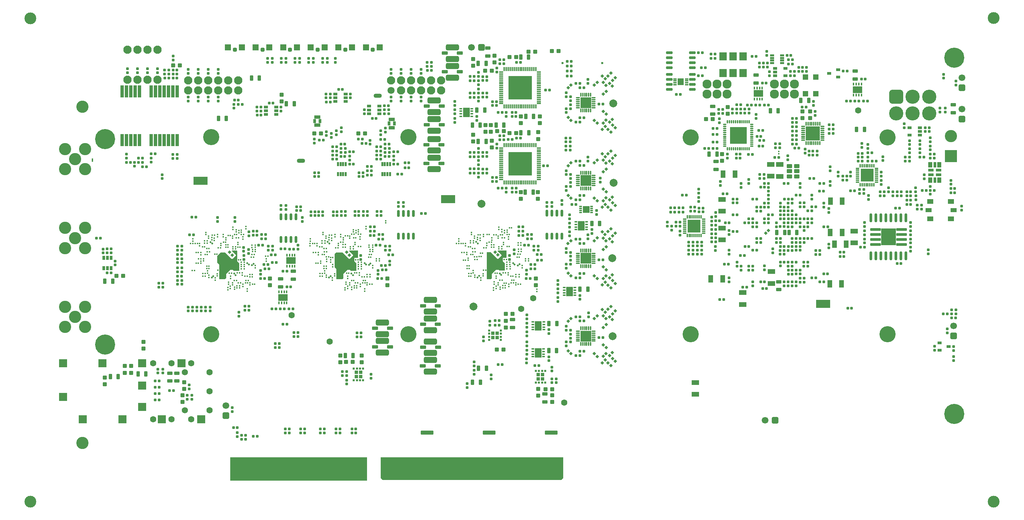
<source format=gbs>
G04*
G04 #@! TF.GenerationSoftware,Altium Limited,Altium Designer,19.1.6 (110)*
G04*
G04 Layer_Color=16711935*
%FSLAX44Y44*%
%MOMM*%
G71*
G01*
G75*
%ADD55C,1.6000*%
%ADD141R,34.8000X5.9750*%
G04:AMPARAMS|DCode=160|XSize=0.6mm|YSize=0.7mm|CornerRadius=0.1mm|HoleSize=0mm|Usage=FLASHONLY|Rotation=90.000|XOffset=0mm|YOffset=0mm|HoleType=Round|Shape=RoundedRectangle|*
%AMROUNDEDRECTD160*
21,1,0.6000,0.5000,0,0,90.0*
21,1,0.4000,0.7000,0,0,90.0*
1,1,0.2000,0.2500,0.2000*
1,1,0.2000,0.2500,-0.2000*
1,1,0.2000,-0.2500,-0.2000*
1,1,0.2000,-0.2500,0.2000*
%
%ADD160ROUNDEDRECTD160*%
G04:AMPARAMS|DCode=178|XSize=0.7mm|YSize=0.7mm|CornerRadius=0.11mm|HoleSize=0mm|Usage=FLASHONLY|Rotation=315.000|XOffset=0mm|YOffset=0mm|HoleType=Round|Shape=RoundedRectangle|*
%AMROUNDEDRECTD178*
21,1,0.7000,0.4800,0,0,315.0*
21,1,0.4800,0.7000,0,0,315.0*
1,1,0.2200,0.0000,-0.3394*
1,1,0.2200,-0.3394,0.0000*
1,1,0.2200,0.0000,0.3394*
1,1,0.2200,0.3394,0.0000*
%
%ADD178ROUNDEDRECTD178*%
G04:AMPARAMS|DCode=179|XSize=0.6mm|YSize=0.7mm|CornerRadius=0.1mm|HoleSize=0mm|Usage=FLASHONLY|Rotation=180.000|XOffset=0mm|YOffset=0mm|HoleType=Round|Shape=RoundedRectangle|*
%AMROUNDEDRECTD179*
21,1,0.6000,0.5000,0,0,180.0*
21,1,0.4000,0.7000,0,0,180.0*
1,1,0.2000,-0.2000,0.2500*
1,1,0.2000,0.2000,0.2500*
1,1,0.2000,0.2000,-0.2500*
1,1,0.2000,-0.2000,-0.2500*
%
%ADD179ROUNDEDRECTD179*%
%ADD189C,1.7000*%
%ADD190R,2.1000X2.1000*%
G04:AMPARAMS|DCode=194|XSize=0.7mm|YSize=0.7mm|CornerRadius=0.11mm|HoleSize=0mm|Usage=FLASHONLY|Rotation=270.000|XOffset=0mm|YOffset=0mm|HoleType=Round|Shape=RoundedRectangle|*
%AMROUNDEDRECTD194*
21,1,0.7000,0.4800,0,0,270.0*
21,1,0.4800,0.7000,0,0,270.0*
1,1,0.2200,-0.2400,-0.2400*
1,1,0.2200,-0.2400,0.2400*
1,1,0.2200,0.2400,0.2400*
1,1,0.2200,0.2400,-0.2400*
%
%ADD194ROUNDEDRECTD194*%
G04:AMPARAMS|DCode=195|XSize=0.6mm|YSize=0.7mm|CornerRadius=0.1mm|HoleSize=0mm|Usage=FLASHONLY|Rotation=135.000|XOffset=0mm|YOffset=0mm|HoleType=Round|Shape=RoundedRectangle|*
%AMROUNDEDRECTD195*
21,1,0.6000,0.5000,0,0,135.0*
21,1,0.4000,0.7000,0,0,135.0*
1,1,0.2000,0.0354,0.3182*
1,1,0.2000,0.3182,0.0354*
1,1,0.2000,-0.0354,-0.3182*
1,1,0.2000,-0.3182,-0.0354*
%
%ADD195ROUNDEDRECTD195*%
G04:AMPARAMS|DCode=197|XSize=0.6mm|YSize=0.7mm|CornerRadius=0.1mm|HoleSize=0mm|Usage=FLASHONLY|Rotation=225.000|XOffset=0mm|YOffset=0mm|HoleType=Round|Shape=RoundedRectangle|*
%AMROUNDEDRECTD197*
21,1,0.6000,0.5000,0,0,225.0*
21,1,0.4000,0.7000,0,0,225.0*
1,1,0.2000,-0.3182,0.0354*
1,1,0.2000,-0.0354,0.3182*
1,1,0.2000,0.3182,-0.0354*
1,1,0.2000,0.0354,-0.3182*
%
%ADD197ROUNDEDRECTD197*%
G04:AMPARAMS|DCode=199|XSize=1.1mm|YSize=1mm|CornerRadius=0.1625mm|HoleSize=0mm|Usage=FLASHONLY|Rotation=90.000|XOffset=0mm|YOffset=0mm|HoleType=Round|Shape=RoundedRectangle|*
%AMROUNDEDRECTD199*
21,1,1.1000,0.6750,0,0,90.0*
21,1,0.7750,1.0000,0,0,90.0*
1,1,0.3250,0.3375,0.3875*
1,1,0.3250,0.3375,-0.3875*
1,1,0.3250,-0.3375,-0.3875*
1,1,0.3250,-0.3375,0.3875*
%
%ADD199ROUNDEDRECTD199*%
G04:AMPARAMS|DCode=200|XSize=0.7mm|YSize=0.7mm|CornerRadius=0.11mm|HoleSize=0mm|Usage=FLASHONLY|Rotation=0.000|XOffset=0mm|YOffset=0mm|HoleType=Round|Shape=RoundedRectangle|*
%AMROUNDEDRECTD200*
21,1,0.7000,0.4800,0,0,0.0*
21,1,0.4800,0.7000,0,0,0.0*
1,1,0.2200,0.2400,-0.2400*
1,1,0.2200,-0.2400,-0.2400*
1,1,0.2200,-0.2400,0.2400*
1,1,0.2200,0.2400,0.2400*
%
%ADD200ROUNDEDRECTD200*%
G04:AMPARAMS|DCode=201|XSize=1.1mm|YSize=1mm|CornerRadius=0.1625mm|HoleSize=0mm|Usage=FLASHONLY|Rotation=0.000|XOffset=0mm|YOffset=0mm|HoleType=Round|Shape=RoundedRectangle|*
%AMROUNDEDRECTD201*
21,1,1.1000,0.6750,0,0,0.0*
21,1,0.7750,1.0000,0,0,0.0*
1,1,0.3250,0.3875,-0.3375*
1,1,0.3250,-0.3875,-0.3375*
1,1,0.3250,-0.3875,0.3375*
1,1,0.3250,0.3875,0.3375*
%
%ADD201ROUNDEDRECTD201*%
G04:AMPARAMS|DCode=202|XSize=1.4mm|YSize=0.9mm|CornerRadius=0.15mm|HoleSize=0mm|Usage=FLASHONLY|Rotation=180.000|XOffset=0mm|YOffset=0mm|HoleType=Round|Shape=RoundedRectangle|*
%AMROUNDEDRECTD202*
21,1,1.4000,0.6000,0,0,180.0*
21,1,1.1000,0.9000,0,0,180.0*
1,1,0.3000,-0.5500,0.3000*
1,1,0.3000,0.5500,0.3000*
1,1,0.3000,0.5500,-0.3000*
1,1,0.3000,-0.5500,-0.3000*
%
%ADD202ROUNDEDRECTD202*%
G04:AMPARAMS|DCode=206|XSize=1.4mm|YSize=0.9mm|CornerRadius=0.15mm|HoleSize=0mm|Usage=FLASHONLY|Rotation=270.000|XOffset=0mm|YOffset=0mm|HoleType=Round|Shape=RoundedRectangle|*
%AMROUNDEDRECTD206*
21,1,1.4000,0.6000,0,0,270.0*
21,1,1.1000,0.9000,0,0,270.0*
1,1,0.3000,-0.3000,-0.5500*
1,1,0.3000,-0.3000,0.5500*
1,1,0.3000,0.3000,0.5500*
1,1,0.3000,0.3000,-0.5500*
%
%ADD206ROUNDEDRECTD206*%
%ADD209R,3.6000X2.0000*%
%ADD210C,2.0000*%
G04:AMPARAMS|DCode=214|XSize=0.7mm|YSize=0.7mm|CornerRadius=0.11mm|HoleSize=0mm|Usage=FLASHONLY|Rotation=225.000|XOffset=0mm|YOffset=0mm|HoleType=Round|Shape=RoundedRectangle|*
%AMROUNDEDRECTD214*
21,1,0.7000,0.4800,0,0,225.0*
21,1,0.4800,0.7000,0,0,225.0*
1,1,0.2200,-0.3394,0.0000*
1,1,0.2200,0.0000,0.3394*
1,1,0.2200,0.3394,0.0000*
1,1,0.2200,0.0000,-0.3394*
%
%ADD214ROUNDEDRECTD214*%
G04:AMPARAMS|DCode=222|XSize=0.7mm|YSize=1.1mm|CornerRadius=0.125mm|HoleSize=0mm|Usage=FLASHONLY|Rotation=0.000|XOffset=0mm|YOffset=0mm|HoleType=Round|Shape=RoundedRectangle|*
%AMROUNDEDRECTD222*
21,1,0.7000,0.8500,0,0,0.0*
21,1,0.4500,1.1000,0,0,0.0*
1,1,0.2500,0.2250,-0.4250*
1,1,0.2500,-0.2250,-0.4250*
1,1,0.2500,-0.2250,0.4250*
1,1,0.2500,0.2250,0.4250*
%
%ADD222ROUNDEDRECTD222*%
%ADD223R,0.5000X1.1000*%
G04:AMPARAMS|DCode=226|XSize=1.6mm|YSize=0.81mm|CornerRadius=0.2275mm|HoleSize=0mm|Usage=FLASHONLY|Rotation=180.000|XOffset=0mm|YOffset=0mm|HoleType=Round|Shape=RoundedRectangle|*
%AMROUNDEDRECTD226*
21,1,1.6000,0.3550,0,0,180.0*
21,1,1.1450,0.8100,0,0,180.0*
1,1,0.4550,-0.5725,0.1775*
1,1,0.4550,0.5725,0.1775*
1,1,0.4550,0.5725,-0.1775*
1,1,0.4550,-0.5725,-0.1775*
%
%ADD226ROUNDEDRECTD226*%
G04:AMPARAMS|DCode=227|XSize=3.35mm|YSize=1.6mm|CornerRadius=0.425mm|HoleSize=0mm|Usage=FLASHONLY|Rotation=180.000|XOffset=0mm|YOffset=0mm|HoleType=Round|Shape=RoundedRectangle|*
%AMROUNDEDRECTD227*
21,1,3.3500,0.7500,0,0,180.0*
21,1,2.5000,1.6000,0,0,180.0*
1,1,0.8500,-1.2500,0.3750*
1,1,0.8500,1.2500,0.3750*
1,1,0.8500,1.2500,-0.3750*
1,1,0.8500,-1.2500,-0.3750*
%
%ADD227ROUNDEDRECTD227*%
%ADD230R,0.4000X0.4100*%
%ADD231R,0.7000X1.0000*%
%ADD232R,1.6000X0.8500*%
G04:AMPARAMS|DCode=240|XSize=1.9mm|YSize=1.25mm|CornerRadius=0.1938mm|HoleSize=0mm|Usage=FLASHONLY|Rotation=90.000|XOffset=0mm|YOffset=0mm|HoleType=Round|Shape=RoundedRectangle|*
%AMROUNDEDRECTD240*
21,1,1.9000,0.8625,0,0,90.0*
21,1,1.5125,1.2500,0,0,90.0*
1,1,0.3875,0.4313,0.7563*
1,1,0.3875,0.4313,-0.7563*
1,1,0.3875,-0.4313,-0.7563*
1,1,0.3875,-0.4313,0.7563*
%
%ADD240ROUNDEDRECTD240*%
G04:AMPARAMS|DCode=241|XSize=1.9mm|YSize=1.25mm|CornerRadius=0.1938mm|HoleSize=0mm|Usage=FLASHONLY|Rotation=180.000|XOffset=0mm|YOffset=0mm|HoleType=Round|Shape=RoundedRectangle|*
%AMROUNDEDRECTD241*
21,1,1.9000,0.8625,0,0,180.0*
21,1,1.5125,1.2500,0,0,180.0*
1,1,0.3875,-0.7563,0.4313*
1,1,0.3875,0.7563,0.4313*
1,1,0.3875,0.7563,-0.4313*
1,1,0.3875,-0.7563,-0.4313*
%
%ADD241ROUNDEDRECTD241*%
%ADD246C,3.0000*%
G04:AMPARAMS|DCode=253|XSize=0.7mm|YSize=1.1mm|CornerRadius=0.125mm|HoleSize=0mm|Usage=FLASHONLY|Rotation=90.000|XOffset=0mm|YOffset=0mm|HoleType=Round|Shape=RoundedRectangle|*
%AMROUNDEDRECTD253*
21,1,0.7000,0.8500,0,0,90.0*
21,1,0.4500,1.1000,0,0,90.0*
1,1,0.2500,0.4250,0.2250*
1,1,0.2500,0.4250,-0.2250*
1,1,0.2500,-0.4250,-0.2250*
1,1,0.2500,-0.4250,0.2250*
%
%ADD253ROUNDEDRECTD253*%
%ADD254R,0.4500X0.4000*%
%ADD255C,0.6000*%
%ADD262R,0.8000X4.3000*%
%ADD263R,0.8000X3.3000*%
%ADD275O,2.1000X1.1000*%
%ADD276C,1.8000*%
%ADD277C,2.1000*%
G04:AMPARAMS|DCode=278|XSize=1.1mm|YSize=3.3mm|CornerRadius=0.3mm|HoleSize=0mm|Usage=FLASHONLY|Rotation=270.000|XOffset=0mm|YOffset=0mm|HoleType=Round|Shape=RoundedRectangle|*
%AMROUNDEDRECTD278*
21,1,1.1000,2.7000,0,0,270.0*
21,1,0.5000,3.3000,0,0,270.0*
1,1,0.6000,-1.3500,-0.2500*
1,1,0.6000,-1.3500,0.2500*
1,1,0.6000,1.3500,0.2500*
1,1,0.6000,1.3500,-0.2500*
%
%ADD278ROUNDEDRECTD278*%
%ADD279C,3.1000*%
G04:AMPARAMS|DCode=280|XSize=1.624mm|YSize=1.624mm|CornerRadius=0.2405mm|HoleSize=0mm|Usage=FLASHONLY|Rotation=270.000|XOffset=0mm|YOffset=0mm|HoleType=Round|Shape=RoundedRectangle|*
%AMROUNDEDRECTD280*
21,1,1.6240,1.1430,0,0,270.0*
21,1,1.1430,1.6240,0,0,270.0*
1,1,0.4810,-0.5715,-0.5715*
1,1,0.4810,-0.5715,0.5715*
1,1,0.4810,0.5715,0.5715*
1,1,0.4810,0.5715,-0.5715*
%
%ADD280ROUNDEDRECTD280*%
G04:AMPARAMS|DCode=281|XSize=1.624mm|YSize=1.624mm|CornerRadius=0.2405mm|HoleSize=0mm|Usage=FLASHONLY|Rotation=180.000|XOffset=0mm|YOffset=0mm|HoleType=Round|Shape=RoundedRectangle|*
%AMROUNDEDRECTD281*
21,1,1.6240,1.1430,0,0,180.0*
21,1,1.1430,1.6240,0,0,180.0*
1,1,0.4810,-0.5715,0.5715*
1,1,0.4810,0.5715,0.5715*
1,1,0.4810,0.5715,-0.5715*
1,1,0.4810,-0.5715,-0.5715*
%
%ADD281ROUNDEDRECTD281*%
%ADD282C,1.5600*%
%ADD283C,4.1000*%
%ADD284C,2.3000*%
%ADD285C,5.1000*%
%ADD286R,3.1000X3.1000*%
G04:AMPARAMS|DCode=287|XSize=3.6mm|YSize=3.6mm|CornerRadius=0.925mm|HoleSize=0mm|Usage=FLASHONLY|Rotation=180.000|XOffset=0mm|YOffset=0mm|HoleType=Round|Shape=RoundedRectangle|*
%AMROUNDEDRECTD287*
21,1,3.6000,1.7500,0,0,180.0*
21,1,1.7500,3.6000,0,0,180.0*
1,1,1.8500,-0.8750,0.8750*
1,1,1.8500,0.8750,0.8750*
1,1,1.8500,0.8750,-0.8750*
1,1,1.8500,-0.8750,-0.8750*
%
%ADD287ROUNDEDRECTD287*%
%ADD288C,3.6000*%
%ADD399R,0.5500X0.6000*%
%ADD400R,0.9000X0.9000*%
%ADD401R,0.6000X0.5500*%
%ADD402R,0.9000X0.9000*%
G04:AMPARAMS|DCode=403|XSize=0.65mm|YSize=2.7mm|CornerRadius=0.1875mm|HoleSize=0mm|Usage=FLASHONLY|Rotation=270.000|XOffset=0mm|YOffset=0mm|HoleType=Round|Shape=RoundedRectangle|*
%AMROUNDEDRECTD403*
21,1,0.6500,2.3250,0,0,270.0*
21,1,0.2750,2.7000,0,0,270.0*
1,1,0.3750,-1.1625,-0.1375*
1,1,0.3750,-1.1625,0.1375*
1,1,0.3750,1.1625,0.1375*
1,1,0.3750,1.1625,-0.1375*
%
%ADD403ROUNDEDRECTD403*%
%ADD404R,3.7000X4.3000*%
G04:AMPARAMS|DCode=405|XSize=1.6mm|YSize=1.6mm|CornerRadius=0.2375mm|HoleSize=0mm|Usage=FLASHONLY|Rotation=0.000|XOffset=0mm|YOffset=0mm|HoleType=Round|Shape=RoundedRectangle|*
%AMROUNDEDRECTD405*
21,1,1.6000,1.1250,0,0,0.0*
21,1,1.1250,1.6000,0,0,0.0*
1,1,0.4750,0.5625,-0.5625*
1,1,0.4750,-0.5625,-0.5625*
1,1,0.4750,-0.5625,0.5625*
1,1,0.4750,0.5625,0.5625*
%
%ADD405ROUNDEDRECTD405*%
G04:AMPARAMS|DCode=406|XSize=1mm|YSize=1mm|CornerRadius=0.1625mm|HoleSize=0mm|Usage=FLASHONLY|Rotation=0.000|XOffset=0mm|YOffset=0mm|HoleType=Round|Shape=RoundedRectangle|*
%AMROUNDEDRECTD406*
21,1,1.0000,0.6750,0,0,0.0*
21,1,0.6750,1.0000,0,0,0.0*
1,1,0.3250,0.3375,-0.3375*
1,1,0.3250,-0.3375,-0.3375*
1,1,0.3250,-0.3375,0.3375*
1,1,0.3250,0.3375,0.3375*
%
%ADD406ROUNDEDRECTD406*%
%ADD407R,1.9000X2.1000*%
%ADD408R,1.3500X1.4500*%
%ADD409R,1.6000X1.3000*%
%ADD410R,1.5000X1.0000*%
%ADD411R,1.1000X1.4500*%
%ADD412R,1.4500X0.8000*%
%ADD413R,0.8000X1.4500*%
%ADD414R,1.1000X0.5000*%
%ADD415O,0.4000X1.0000*%
%ADD416O,1.0000X0.4000*%
%ADD417R,3.6500X3.6500*%
%ADD418R,0.9000X3.1000*%
%ADD419R,0.9000X0.4000*%
%ADD420R,1.5000X1.7000*%
G04:AMPARAMS|DCode=421|XSize=0.35mm|YSize=0.85mm|CornerRadius=0.1125mm|HoleSize=0mm|Usage=FLASHONLY|Rotation=180.000|XOffset=0mm|YOffset=0mm|HoleType=Round|Shape=RoundedRectangle|*
%AMROUNDEDRECTD421*
21,1,0.3500,0.6250,0,0,180.0*
21,1,0.1250,0.8500,0,0,180.0*
1,1,0.2250,-0.0625,0.3125*
1,1,0.2250,0.0625,0.3125*
1,1,0.2250,0.0625,-0.3125*
1,1,0.2250,-0.0625,-0.3125*
%
%ADD421ROUNDEDRECTD421*%
G04:AMPARAMS|DCode=422|XSize=0.35mm|YSize=0.85mm|CornerRadius=0.1125mm|HoleSize=0mm|Usage=FLASHONLY|Rotation=90.000|XOffset=0mm|YOffset=0mm|HoleType=Round|Shape=RoundedRectangle|*
%AMROUNDEDRECTD422*
21,1,0.3500,0.6250,0,0,90.0*
21,1,0.1250,0.8500,0,0,90.0*
1,1,0.2250,0.3125,0.0625*
1,1,0.2250,0.3125,-0.0625*
1,1,0.2250,-0.3125,-0.0625*
1,1,0.2250,-0.3125,0.0625*
%
%ADD422ROUNDEDRECTD422*%
%ADD423R,4.2000X4.2000*%
G04:AMPARAMS|DCode=424|XSize=0.35mm|YSize=0.9mm|CornerRadius=0.1125mm|HoleSize=0mm|Usage=FLASHONLY|Rotation=270.000|XOffset=0mm|YOffset=0mm|HoleType=Round|Shape=RoundedRectangle|*
%AMROUNDEDRECTD424*
21,1,0.3500,0.6750,0,0,270.0*
21,1,0.1250,0.9000,0,0,270.0*
1,1,0.2250,-0.3375,-0.0625*
1,1,0.2250,-0.3375,0.0625*
1,1,0.2250,0.3375,0.0625*
1,1,0.2250,0.3375,-0.0625*
%
%ADD424ROUNDEDRECTD424*%
G04:AMPARAMS|DCode=425|XSize=0.35mm|YSize=0.9mm|CornerRadius=0.1125mm|HoleSize=0mm|Usage=FLASHONLY|Rotation=0.000|XOffset=0mm|YOffset=0mm|HoleType=Round|Shape=RoundedRectangle|*
%AMROUNDEDRECTD425*
21,1,0.3500,0.6750,0,0,0.0*
21,1,0.1250,0.9000,0,0,0.0*
1,1,0.2250,0.0625,-0.3375*
1,1,0.2250,-0.0625,-0.3375*
1,1,0.2250,-0.0625,0.3375*
1,1,0.2250,0.0625,0.3375*
%
%ADD425ROUNDEDRECTD425*%
%ADD426R,3.2000X3.2000*%
%ADD427R,3.2000X3.2000*%
%ADD428R,0.4000X0.4500*%
G04:AMPARAMS|DCode=429|XSize=0.7mm|YSize=1.65mm|CornerRadius=0.2mm|HoleSize=0mm|Usage=FLASHONLY|Rotation=270.000|XOffset=0mm|YOffset=0mm|HoleType=Round|Shape=RoundedRectangle|*
%AMROUNDEDRECTD429*
21,1,0.7000,1.2500,0,0,270.0*
21,1,0.3000,1.6500,0,0,270.0*
1,1,0.4000,-0.6250,-0.1500*
1,1,0.4000,-0.6250,0.1500*
1,1,0.4000,0.6250,0.1500*
1,1,0.4000,0.6250,-0.1500*
%
%ADD429ROUNDEDRECTD429*%
%ADD430R,2.4500X1.7000*%
%ADD431R,0.4000X0.8000*%
%ADD432R,1.7000X2.4500*%
%ADD433R,0.8000X0.4000*%
G04:AMPARAMS|DCode=434|XSize=1.1mm|YSize=1.3mm|CornerRadius=0.175mm|HoleSize=0mm|Usage=FLASHONLY|Rotation=270.000|XOffset=0mm|YOffset=0mm|HoleType=Round|Shape=RoundedRectangle|*
%AMROUNDEDRECTD434*
21,1,1.1000,0.9500,0,0,270.0*
21,1,0.7500,1.3000,0,0,270.0*
1,1,0.3500,-0.4750,-0.3750*
1,1,0.3500,-0.4750,0.3750*
1,1,0.3500,0.4750,0.3750*
1,1,0.3500,0.4750,-0.3750*
%
%ADD434ROUNDEDRECTD434*%
%ADD435R,1.7000X1.7000*%
%ADD436R,0.7250X0.3500*%
%ADD437O,0.7000X2.3000*%
G04:AMPARAMS|DCode=438|XSize=1.05mm|YSize=0.4mm|CornerRadius=0.125mm|HoleSize=0mm|Usage=FLASHONLY|Rotation=90.000|XOffset=0mm|YOffset=0mm|HoleType=Round|Shape=RoundedRectangle|*
%AMROUNDEDRECTD438*
21,1,1.0500,0.1500,0,0,90.0*
21,1,0.8000,0.4000,0,0,90.0*
1,1,0.2500,0.0750,0.4000*
1,1,0.2500,0.0750,-0.4000*
1,1,0.2500,-0.0750,-0.4000*
1,1,0.2500,-0.0750,0.4000*
%
%ADD438ROUNDEDRECTD438*%
G04:AMPARAMS|DCode=439|XSize=1.05mm|YSize=0.4mm|CornerRadius=0.125mm|HoleSize=0mm|Usage=FLASHONLY|Rotation=0.000|XOffset=0mm|YOffset=0mm|HoleType=Round|Shape=RoundedRectangle|*
%AMROUNDEDRECTD439*
21,1,1.0500,0.1500,0,0,0.0*
21,1,0.8000,0.4000,0,0,0.0*
1,1,0.2500,0.4000,-0.0750*
1,1,0.2500,-0.4000,-0.0750*
1,1,0.2500,-0.4000,0.0750*
1,1,0.2500,0.4000,0.0750*
%
%ADD439ROUNDEDRECTD439*%
%ADD440R,5.9500X5.9500*%
G04:AMPARAMS|DCode=441|XSize=0.4mm|YSize=0.45mm|CornerRadius=0mm|HoleSize=0mm|Usage=FLASHONLY|Rotation=315.000|XOffset=0mm|YOffset=0mm|HoleType=Round|Shape=Rectangle|*
%AMROTATEDRECTD441*
4,1,4,-0.3005,-0.0177,0.0177,0.3005,0.3005,0.0177,-0.0177,-0.3005,-0.3005,-0.0177,0.0*
%
%ADD441ROTATEDRECTD441*%

%ADD442O,0.7000X1.8000*%
G04:AMPARAMS|DCode=443|XSize=0.4mm|YSize=0.45mm|CornerRadius=0mm|HoleSize=0mm|Usage=FLASHONLY|Rotation=225.000|XOffset=0mm|YOffset=0mm|HoleType=Round|Shape=Rectangle|*
%AMROTATEDRECTD443*
4,1,4,-0.0177,0.3005,0.3005,-0.0177,0.0177,-0.3005,-0.3005,0.0177,-0.0177,0.3005,0.0*
%
%ADD443ROTATEDRECTD443*%

G04:AMPARAMS|DCode=444|XSize=0.4mm|YSize=1mm|CornerRadius=0.125mm|HoleSize=0mm|Usage=FLASHONLY|Rotation=270.000|XOffset=0mm|YOffset=0mm|HoleType=Round|Shape=RoundedRectangle|*
%AMROUNDEDRECTD444*
21,1,0.4000,0.7500,0,0,270.0*
21,1,0.1500,1.0000,0,0,270.0*
1,1,0.2500,-0.3750,-0.0750*
1,1,0.2500,-0.3750,0.0750*
1,1,0.2500,0.3750,0.0750*
1,1,0.2500,0.3750,-0.0750*
%
%ADD444ROUNDEDRECTD444*%
G04:AMPARAMS|DCode=445|XSize=0.4mm|YSize=1mm|CornerRadius=0.125mm|HoleSize=0mm|Usage=FLASHONLY|Rotation=0.000|XOffset=0mm|YOffset=0mm|HoleType=Round|Shape=RoundedRectangle|*
%AMROUNDEDRECTD445*
21,1,0.4000,0.7500,0,0,0.0*
21,1,0.1500,1.0000,0,0,0.0*
1,1,0.2500,0.0750,-0.3750*
1,1,0.2500,-0.0750,-0.3750*
1,1,0.2500,-0.0750,0.3750*
1,1,0.2500,0.0750,0.3750*
%
%ADD445ROUNDEDRECTD445*%
%ADD446R,2.8000X2.8000*%
G36*
X100250Y807750D02*
X96250D01*
Y815750D01*
X100250Y815750D01*
X100250Y807750D01*
D02*
G37*
G36*
X1148721Y582256D02*
X1148815Y582227D01*
X1148902Y582180D01*
X1148978Y582118D01*
X1149040Y582042D01*
X1149087Y581955D01*
X1149115Y581861D01*
X1149125Y581763D01*
Y564263D01*
X1149115Y564165D01*
X1149087Y564071D01*
X1149040Y563984D01*
X1148978Y563908D01*
X1148902Y563845D01*
X1148815Y563799D01*
X1148721Y563770D01*
X1148623Y563760D01*
X1139685Y563760D01*
X1139685Y555307D01*
X1144728Y550264D01*
X1144790Y550188D01*
X1144837Y550101D01*
X1144865Y550006D01*
X1144870Y549958D01*
X1144875Y549908D01*
X1144875Y549908D01*
X1144875Y531750D01*
X1144865Y531652D01*
X1144837Y531558D01*
X1144790Y531471D01*
X1144728Y531395D01*
X1144652Y531332D01*
X1144565Y531286D01*
X1144471Y531257D01*
X1144373Y531248D01*
X1131136D01*
X1131135Y531248D01*
X1131037Y531257D01*
X1130943Y531286D01*
X1130856Y531332D01*
X1130818Y531363D01*
X1130780Y531395D01*
X1130780Y531395D01*
X1128915Y533260D01*
X1122081Y533260D01*
X1111715Y522894D01*
X1111715Y512353D01*
X1111715Y512352D01*
X1111710Y512303D01*
X1111705Y512254D01*
X1111676Y512160D01*
X1111630Y512073D01*
X1111596Y512031D01*
X1111568Y511997D01*
X1111567Y511997D01*
X1108978Y509407D01*
X1108901Y509345D01*
X1108815Y509298D01*
X1108793Y509292D01*
X1108720Y509270D01*
X1108671Y509265D01*
X1108622Y509260D01*
X1108622Y509260D01*
X1099500Y509260D01*
X1099402Y509270D01*
X1099308Y509298D01*
X1099221Y509345D01*
X1099145Y509407D01*
X1099082Y509483D01*
X1099036Y509570D01*
X1099007Y509664D01*
X1098998Y509762D01*
X1098997Y556134D01*
D01*
Y556134D01*
X1098998Y577263D01*
X1099008Y577361D01*
X1099036Y577455D01*
X1099083Y577542D01*
X1099134Y577604D01*
X1099145Y577618D01*
X1099146D01*
Y577618D01*
X1099159Y577629D01*
X1099222Y577681D01*
X1099308Y577727D01*
X1099403Y577756D01*
X1099501Y577765D01*
X1099501D01*
D01*
D01*
X1108872Y577765D01*
X1108872Y577765D01*
X1108961Y577756D01*
X1108970Y577755D01*
X1109065Y577727D01*
X1109151Y577680D01*
X1109193Y577646D01*
X1109228Y577618D01*
X1109228Y577618D01*
X1125831Y561015D01*
X1128165Y561015D01*
X1136370Y569221D01*
X1136370Y571134D01*
X1126768Y580737D01*
X1126767Y580737D01*
X1126739Y580771D01*
X1126705Y580813D01*
X1126658Y580900D01*
X1126630Y580994D01*
X1126620Y581092D01*
X1126620Y581093D01*
Y581763D01*
X1126630Y581861D01*
X1126658Y581955D01*
X1126705Y582042D01*
X1126767Y582118D01*
X1126843Y582180D01*
X1126930Y582227D01*
X1127025Y582256D01*
X1127123Y582265D01*
X1148623D01*
X1148721Y582256D01*
D02*
G37*
G36*
X771818Y582088D02*
X771913Y582060D01*
X771999Y582013D01*
X772076Y581951D01*
X772138Y581875D01*
X772185Y581788D01*
X772213Y581693D01*
X772223Y581595D01*
Y564095D01*
X772213Y563997D01*
X772185Y563903D01*
X772138Y563816D01*
X772076Y563740D01*
X771999Y563678D01*
X771913Y563631D01*
X771818Y563603D01*
X771720Y563593D01*
X762782Y563593D01*
X762782Y555140D01*
X767825Y550097D01*
X767888Y550020D01*
X767934Y549934D01*
X767963Y549839D01*
X767968Y549790D01*
X767973Y549741D01*
X767973Y549741D01*
X767973Y531185D01*
X767963Y531087D01*
X767934Y530993D01*
X767888Y530906D01*
X767826Y530830D01*
X767749Y530768D01*
X767663Y530721D01*
X767568Y530692D01*
X767470Y530683D01*
X754631D01*
X754631Y530683D01*
X754579Y530688D01*
X754533Y530692D01*
X754460Y530714D01*
X754438Y530721D01*
X754352Y530768D01*
X754317Y530796D01*
X754275Y530830D01*
X754275Y530830D01*
X752012Y533093D01*
X745178Y533093D01*
X734813Y522727D01*
X734812Y512185D01*
X734812Y512185D01*
X734808Y512136D01*
X734803Y512087D01*
X734774Y511993D01*
X734728Y511906D01*
X734693Y511864D01*
X734665Y511830D01*
X734665Y511830D01*
X732075Y509240D01*
X731999Y509177D01*
X731912Y509131D01*
X731890Y509124D01*
X731818Y509102D01*
X731769Y509098D01*
X731720Y509093D01*
X731720Y509093D01*
X717846Y509093D01*
X717747Y509102D01*
X717653Y509131D01*
X717566Y509177D01*
X717490Y509240D01*
X717428Y509316D01*
X717381Y509403D01*
X717353Y509497D01*
X717343Y509595D01*
X717343Y535481D01*
X712615Y540209D01*
X712615Y540209D01*
X712587Y540243D01*
X712552Y540285D01*
X712506Y540372D01*
X712477Y540466D01*
X712473Y540515D01*
X712468Y540564D01*
X712468Y540565D01*
X712468Y573127D01*
X712478Y573225D01*
X712499Y573297D01*
X712506Y573319D01*
X712553Y573406D01*
X712615Y573482D01*
X712615Y573482D01*
X716584Y577451D01*
X716660Y577513D01*
X716747Y577560D01*
X716769Y577566D01*
X716841Y577588D01*
X716890Y577593D01*
X716939Y577598D01*
X716939Y577598D01*
X731970Y577598D01*
X731970Y577598D01*
X732059Y577589D01*
X732068Y577588D01*
X732162Y577560D01*
X732249Y577513D01*
X732291Y577479D01*
X732325Y577451D01*
X732325Y577450D01*
X748929Y560848D01*
X751262Y560848D01*
X759468Y569054D01*
X759468Y570967D01*
X749865Y580570D01*
X749865Y580570D01*
X749837Y580604D01*
X749803Y580646D01*
X749756Y580733D01*
X749728Y580827D01*
X749718Y580925D01*
X749718Y580925D01*
Y581595D01*
X749728Y581693D01*
X749756Y581788D01*
X749803Y581875D01*
X749865Y581951D01*
X749941Y582013D01*
X750028Y582060D01*
X750122Y582088D01*
X750220Y582098D01*
X771720D01*
X771818Y582088D01*
D02*
G37*
G36*
X464878D02*
X464972Y582060D01*
X465059Y582013D01*
X465135Y581951D01*
X465197Y581875D01*
X465244Y581788D01*
X465272Y581693D01*
X465282Y581595D01*
Y564096D01*
X465282Y555140D01*
X470326Y550097D01*
X470388Y550020D01*
X470434Y549934D01*
X470463Y549839D01*
X470468Y549790D01*
X470473Y549741D01*
X470473Y549741D01*
X470473Y531185D01*
X470463Y531087D01*
X470434Y530993D01*
X470388Y530906D01*
X470326Y530830D01*
X470249Y530768D01*
X470163Y530721D01*
X470068Y530692D01*
X469970Y530683D01*
X457131D01*
X457131Y530683D01*
X457079Y530688D01*
X457033Y530692D01*
X456960Y530714D01*
X456938Y530721D01*
X456851Y530768D01*
X456817Y530796D01*
X456775Y530830D01*
X456775Y530830D01*
X454512Y533093D01*
X447678Y533093D01*
X437313Y522727D01*
X437312Y512185D01*
X437312Y512185D01*
X437307Y512136D01*
X437303Y512087D01*
X437274Y511993D01*
X437228Y511906D01*
X437193Y511864D01*
X437165Y511830D01*
X437165Y511830D01*
X434575Y509240D01*
X434499Y509177D01*
X434412Y509131D01*
X434390Y509124D01*
X434318Y509102D01*
X434269Y509098D01*
X434220Y509093D01*
X434220Y509093D01*
X420345Y509093D01*
X420247Y509102D01*
X420153Y509131D01*
X420066Y509177D01*
X419990Y509240D01*
X419928Y509316D01*
X419881Y509403D01*
X419853Y509497D01*
X419843Y509595D01*
X419843Y547172D01*
X415115Y551900D01*
X415115Y551900D01*
X415052Y551976D01*
X415006Y552063D01*
X414999Y552085D01*
X414977Y552157D01*
X414973Y552206D01*
X414968Y552255D01*
X414968Y552255D01*
X414968Y568566D01*
X414977Y568664D01*
X414999Y568736D01*
X415006Y568758D01*
X415052Y568845D01*
X415115Y568921D01*
X415115Y568922D01*
X423644Y577451D01*
X423721Y577513D01*
X423807Y577560D01*
X423829Y577566D01*
X423902Y577588D01*
X423951Y577593D01*
X424000Y577598D01*
X424000Y577598D01*
X434470Y577598D01*
X434470Y577598D01*
X434559Y577589D01*
X434568Y577588D01*
X434662Y577560D01*
X434749Y577513D01*
X434791Y577479D01*
X434825Y577451D01*
X434825Y577450D01*
X451428Y560848D01*
X453762Y560848D01*
X461968Y569054D01*
X461968Y570967D01*
X452365Y580570D01*
X452365Y580570D01*
X452337Y580604D01*
X452303Y580646D01*
X452256Y580733D01*
X452228Y580827D01*
X452218Y580925D01*
X452218Y580925D01*
Y581595D01*
X452228Y581693D01*
X452256Y581788D01*
X452303Y581875D01*
X452365Y581951D01*
X452441Y582013D01*
X452528Y582060D01*
X452622Y582088D01*
X452720Y582098D01*
X464780D01*
X464878Y582088D01*
D02*
G37*
G36*
X1293000Y57251D02*
X1293001Y5001D01*
X1288000Y0D01*
X1175501Y0D01*
Y28625D01*
X1175501Y-0D01*
X834501Y-1D01*
X829500Y5000D01*
X829500Y57250D01*
X1175501Y57250D01*
Y57251D01*
X1293000Y57251D01*
D02*
G37*
D55*
X2041500Y938000D02*
D03*
X1186250Y434500D02*
D03*
X700000Y351250D02*
D03*
X603500Y418250D02*
D03*
X1216750Y461500D02*
D03*
X1295000Y196500D02*
D03*
X394990Y272910D02*
D03*
X251990Y296160D02*
D03*
X298990D02*
D03*
X348990D02*
D03*
X394990Y224910D02*
D03*
Y176910D02*
D03*
X348990Y153660D02*
D03*
X298990D02*
D03*
X251990D02*
D03*
D141*
X621500Y27375D02*
D03*
D160*
X873000Y833000D02*
D03*
X863000D02*
D03*
X773000Y864740D02*
D03*
X783000D02*
D03*
X829525Y864515D02*
D03*
X839525D02*
D03*
X2278250Y411250D02*
D03*
X2288250D02*
D03*
X582000Y395500D02*
D03*
X592000D02*
D03*
X1589036Y653996D02*
D03*
X1579036D02*
D03*
Y644004D02*
D03*
X1589036D02*
D03*
X2140500Y731750D02*
D03*
X2150500D02*
D03*
X2140500Y720750D02*
D03*
X2150500D02*
D03*
X2097500Y720750D02*
D03*
X2107500D02*
D03*
X2097500Y731750D02*
D03*
X2107500D02*
D03*
X2286260Y739960D02*
D03*
X2276260D02*
D03*
X2286260Y728490D02*
D03*
X2276260D02*
D03*
X1863750Y542750D02*
D03*
X1873750D02*
D03*
X2014750Y436000D02*
D03*
X2024750D02*
D03*
X2234360Y827100D02*
D03*
X2224360D02*
D03*
X2234360Y817100D02*
D03*
X2224360D02*
D03*
X1880500Y842250D02*
D03*
X1890500D02*
D03*
X1977500Y879750D02*
D03*
X1967500D02*
D03*
X1909250Y946500D02*
D03*
X1899250D02*
D03*
X1884750Y918000D02*
D03*
X1874750D02*
D03*
X1772250Y1075000D02*
D03*
X1782250D02*
D03*
X312750Y1040000D02*
D03*
X302750D02*
D03*
X291750Y1020000D02*
D03*
X281750D02*
D03*
X312750Y1030000D02*
D03*
X302750D02*
D03*
Y1020000D02*
D03*
X312750Y1020000D02*
D03*
X1843500Y643250D02*
D03*
X1853500D02*
D03*
X1732950Y951890D02*
D03*
X1742950D02*
D03*
X1803750Y702750D02*
D03*
X1813750D02*
D03*
X1783750Y713000D02*
D03*
X1773750D02*
D03*
X1893750Y692883D02*
D03*
X1903750D02*
D03*
X1803750Y652750D02*
D03*
X1813750D02*
D03*
X1724000Y630500D02*
D03*
X1734000D02*
D03*
X1894000Y602750D02*
D03*
X1904000D02*
D03*
X1783750Y612500D02*
D03*
X1793750D02*
D03*
X1742750Y569250D02*
D03*
X1752750D02*
D03*
X1773750Y582750D02*
D03*
X1783750D02*
D03*
X1903250Y552750D02*
D03*
X1913250D02*
D03*
X1863500Y642750D02*
D03*
X1873500D02*
D03*
X1853750Y662750D02*
D03*
X1843750D02*
D03*
X1712000Y547750D02*
D03*
X1702000D02*
D03*
X1679500Y646500D02*
D03*
X1669500D02*
D03*
X1575890Y679426D02*
D03*
X1565890D02*
D03*
X1575890Y690425D02*
D03*
X1565890D02*
D03*
X1679500Y604500D02*
D03*
X1669500D02*
D03*
X1679500Y614500D02*
D03*
X1669500D02*
D03*
X1637390Y690150D02*
D03*
X1647390D02*
D03*
X1637390Y680150D02*
D03*
X1647390D02*
D03*
X813460Y631632D02*
D03*
X803460D02*
D03*
X1903750Y662750D02*
D03*
X1913750D02*
D03*
X1190362Y642299D02*
D03*
X1180362D02*
D03*
X586407Y586125D02*
D03*
X576407D02*
D03*
X596890Y433796D02*
D03*
X606890D02*
D03*
X526100Y926000D02*
D03*
X516100D02*
D03*
X1130500Y393000D02*
D03*
X1120500D02*
D03*
X354910Y621815D02*
D03*
X344910D02*
D03*
X360849Y666841D02*
D03*
X350849D02*
D03*
X135750Y525540D02*
D03*
X145750D02*
D03*
X135730Y586520D02*
D03*
X145730D02*
D03*
X266760Y499065D02*
D03*
X276760D02*
D03*
X495379Y440500D02*
D03*
X485379D02*
D03*
X276760Y489066D02*
D03*
X266760D02*
D03*
X485379Y430500D02*
D03*
X495379D02*
D03*
X1589890Y978360D02*
D03*
X1579890D02*
D03*
X1653384Y1046148D02*
D03*
X1643384D02*
D03*
X2059500Y1017500D02*
D03*
X2049500D02*
D03*
X2065000Y961250D02*
D03*
X2055000D02*
D03*
X1808000Y1007500D02*
D03*
X1798000D02*
D03*
X1813500Y951250D02*
D03*
X1803500D02*
D03*
X591907Y529875D02*
D03*
X581907D02*
D03*
X591390Y490046D02*
D03*
X601390Y490046D02*
D03*
X1839750Y818250D02*
D03*
X1829750D02*
D03*
X1315140Y699110D02*
D03*
X1325140D02*
D03*
X2140090Y549200D02*
D03*
X2150090D02*
D03*
X2076750Y809000D02*
D03*
X2086750D02*
D03*
X1894000Y532500D02*
D03*
X1884000D02*
D03*
X1893750Y522750D02*
D03*
X1883750D02*
D03*
X2051160Y829000D02*
D03*
X2041160D02*
D03*
X2051160Y819000D02*
D03*
X2041160D02*
D03*
X2051160Y809000D02*
D03*
X2041160D02*
D03*
X2022250Y733500D02*
D03*
X2032250D02*
D03*
X458607Y964000D02*
D03*
X468607D02*
D03*
X948500Y1039250D02*
D03*
X958500D02*
D03*
X1893750Y592750D02*
D03*
X1883750D02*
D03*
X1893750Y662750D02*
D03*
X1883750D02*
D03*
X1863250Y552750D02*
D03*
X1853250D02*
D03*
X1884000Y552500D02*
D03*
X1874000D02*
D03*
X1853750Y752500D02*
D03*
X1863750D02*
D03*
X1893750Y722875D02*
D03*
X1883750D02*
D03*
X1864000Y713000D02*
D03*
X1854000D02*
D03*
X1803750Y502750D02*
D03*
X1793750D02*
D03*
X1933750Y512500D02*
D03*
X1923750D02*
D03*
X1864000Y662750D02*
D03*
X1874000D02*
D03*
X1904000Y612750D02*
D03*
X1894000D02*
D03*
X1893750Y582760D02*
D03*
X1883750D02*
D03*
X1923750Y612750D02*
D03*
X1913750D02*
D03*
X1964250Y642750D02*
D03*
X1954250D02*
D03*
X1903750Y703250D02*
D03*
X1893750D02*
D03*
X1933750Y692883D02*
D03*
X1923750D02*
D03*
X1943250Y732876D02*
D03*
X1953250D02*
D03*
X1813750Y663000D02*
D03*
X1803750D02*
D03*
X1813750Y692250D02*
D03*
X1803750D02*
D03*
X1758750Y488842D02*
D03*
X1748750D02*
D03*
X1724000Y712500D02*
D03*
X1734000D02*
D03*
X1764000Y592750D02*
D03*
X1754000D02*
D03*
X1944000Y582500D02*
D03*
X1934000D02*
D03*
X1714000Y652750D02*
D03*
X1704000D02*
D03*
X1793750Y602500D02*
D03*
X1783750D02*
D03*
X1698750Y726000D02*
D03*
X1708750D02*
D03*
X1763750Y652750D02*
D03*
X1753750D02*
D03*
X1733750Y703000D02*
D03*
X1723750D02*
D03*
X1723750Y672750D02*
D03*
X1733750D02*
D03*
X1773750Y662750D02*
D03*
X1763750D02*
D03*
X1783750Y652750D02*
D03*
X1773750D02*
D03*
X1884000Y612500D02*
D03*
X1874000D02*
D03*
X1853500Y582500D02*
D03*
X1843500D02*
D03*
X1853750Y592421D02*
D03*
X1843750D02*
D03*
X1883500Y652750D02*
D03*
X1873500D02*
D03*
X1883750Y672500D02*
D03*
X1873750D02*
D03*
X1813750Y673006D02*
D03*
X1823750D02*
D03*
X1863500Y672750D02*
D03*
X1853500D02*
D03*
X1943750Y502500D02*
D03*
X1953750D02*
D03*
X1944000Y572500D02*
D03*
X1934000D02*
D03*
X1963750Y522750D02*
D03*
X1953750D02*
D03*
X1913250Y542750D02*
D03*
X1903250D02*
D03*
X1883750Y603000D02*
D03*
X1873750D02*
D03*
X1873750Y582500D02*
D03*
X1863750D02*
D03*
X1843500Y572853D02*
D03*
X1853500D02*
D03*
X1874000Y592618D02*
D03*
X1864000D02*
D03*
X1863500Y652750D02*
D03*
X1853500D02*
D03*
X1243273Y797522D02*
D03*
X1253273D02*
D03*
X1173280Y740779D02*
D03*
X1163280D02*
D03*
X1174273Y867522D02*
D03*
X1184273D02*
D03*
X1173273Y730772D02*
D03*
X1163273D02*
D03*
X1142273Y873522D02*
D03*
X1132273D02*
D03*
X1142273Y863522D02*
D03*
X1132273D02*
D03*
X1248269Y989525D02*
D03*
X1258269D02*
D03*
X1173023Y933021D02*
D03*
X1163023D02*
D03*
X1174280Y1060223D02*
D03*
X1184280D02*
D03*
X1173023Y922271D02*
D03*
X1163023D02*
D03*
X1142277Y1056271D02*
D03*
X1132277D02*
D03*
X1142273Y1066271D02*
D03*
X1132273D02*
D03*
X1616390Y692400D02*
D03*
X1626390D02*
D03*
X1616390Y682400D02*
D03*
X1626390D02*
D03*
X1672934Y857530D02*
D03*
X1682934D02*
D03*
X1798740Y887250D02*
D03*
X1788740D02*
D03*
X1772600Y826140D02*
D03*
X1762600D02*
D03*
X1789490Y847250D02*
D03*
X1799490D02*
D03*
X1682934Y877280D02*
D03*
X1672934D02*
D03*
X1682934Y892250D02*
D03*
X1672934D02*
D03*
X1784490Y872250D02*
D03*
X1794490D02*
D03*
X1682850Y841140D02*
D03*
X1672850D02*
D03*
X1661850D02*
D03*
X1651850D02*
D03*
X1393250Y559000D02*
D03*
X1383250D02*
D03*
X1393250Y361500D02*
D03*
X1383250D02*
D03*
X1393250Y954000D02*
D03*
X1383250D02*
D03*
X943250Y676500D02*
D03*
X933250D02*
D03*
X476500Y103000D02*
D03*
X486500D02*
D03*
X476500Y113000D02*
D03*
X486500D02*
D03*
X750695Y832643D02*
D03*
X760695D02*
D03*
X707591Y824039D02*
D03*
X717591D02*
D03*
Y814039D02*
D03*
X707591D02*
D03*
X728591Y821039D02*
D03*
X738591D02*
D03*
X750695Y801440D02*
D03*
X760695D02*
D03*
X819852Y824039D02*
D03*
X829852D02*
D03*
Y814039D02*
D03*
X819852D02*
D03*
X840845Y821189D02*
D03*
X850845D02*
D03*
X862955Y801440D02*
D03*
X872955D02*
D03*
X849250Y950000D02*
D03*
X839250D02*
D03*
X691750Y959250D02*
D03*
X701750D02*
D03*
D178*
X1394628Y782001D02*
D03*
X1401699Y789072D02*
D03*
X1372001Y804628D02*
D03*
X1379072Y811699D02*
D03*
X1406649Y827963D02*
D03*
X1413720Y835034D02*
D03*
X1417963Y816649D02*
D03*
X1425034Y823720D02*
D03*
X1312386Y804686D02*
D03*
X1305315Y797615D02*
D03*
X1371915Y1002043D02*
D03*
X1378987Y1009114D02*
D03*
X1406564Y1025377D02*
D03*
X1413635Y1032449D02*
D03*
X1394628Y584501D02*
D03*
X1401699Y591572D02*
D03*
X1417963Y619149D02*
D03*
X1425034Y626220D02*
D03*
X1372001Y607128D02*
D03*
X1379072Y614199D02*
D03*
X1406649Y630463D02*
D03*
X1413720Y637534D02*
D03*
X1312385Y1002186D02*
D03*
X1305314Y995115D02*
D03*
X1394628Y979501D02*
D03*
X1401699Y986572D02*
D03*
X1417878Y1014064D02*
D03*
X1424948Y1021135D02*
D03*
X1379072Y416699D02*
D03*
X1372001Y409628D02*
D03*
X1425034Y428720D02*
D03*
X1417963Y421649D02*
D03*
X1413720Y440034D02*
D03*
X1406649Y432963D02*
D03*
X1305314Y402615D02*
D03*
X1312385Y409686D02*
D03*
X1401699Y394072D02*
D03*
X1394628Y387001D02*
D03*
X1304950Y600000D02*
D03*
X1312021Y607071D02*
D03*
D179*
X661250Y864740D02*
D03*
Y854740D02*
D03*
X704750Y879500D02*
D03*
Y869500D02*
D03*
X841554Y893294D02*
D03*
Y883294D02*
D03*
X802780Y852015D02*
D03*
Y862015D02*
D03*
X729500Y893500D02*
D03*
X729500Y883500D02*
D03*
X691500Y884000D02*
D03*
Y874000D02*
D03*
X2289114Y1012480D02*
D03*
Y1002480D02*
D03*
X1556967Y644000D02*
D03*
Y654000D02*
D03*
X830420Y671106D02*
D03*
Y681106D02*
D03*
X786101Y671106D02*
D03*
Y681106D02*
D03*
X774160Y671106D02*
D03*
Y681106D02*
D03*
X729840Y671106D02*
D03*
Y681106D02*
D03*
X1810960Y1058000D02*
D03*
Y1048000D02*
D03*
X1800960Y1058000D02*
D03*
Y1048000D02*
D03*
X1790960D02*
D03*
Y1058000D02*
D03*
X1815750Y1036025D02*
D03*
Y1026025D02*
D03*
X1890250Y1047000D02*
D03*
Y1037000D02*
D03*
X1900250Y1047000D02*
D03*
Y1037000D02*
D03*
X1910250D02*
D03*
Y1047000D02*
D03*
X1927750Y951000D02*
D03*
Y961000D02*
D03*
X2066250Y841500D02*
D03*
Y851500D02*
D03*
Y809500D02*
D03*
Y819500D02*
D03*
X1791275Y765075D02*
D03*
Y775075D02*
D03*
X1802250Y775250D02*
D03*
Y765250D02*
D03*
X2208750Y764500D02*
D03*
Y774500D02*
D03*
X1809250Y1077500D02*
D03*
Y1087500D02*
D03*
X1916500Y824750D02*
D03*
Y834750D02*
D03*
X1926500D02*
D03*
Y824750D02*
D03*
X1906500Y829750D02*
D03*
Y839750D02*
D03*
X1932000Y935250D02*
D03*
Y925250D02*
D03*
X1937000Y824750D02*
D03*
Y834750D02*
D03*
X2172000Y861250D02*
D03*
Y851250D02*
D03*
X2198000Y861250D02*
D03*
Y851250D02*
D03*
X2221500Y894250D02*
D03*
Y884250D02*
D03*
X2211500D02*
D03*
Y894250D02*
D03*
X204750Y796250D02*
D03*
Y806250D02*
D03*
X184500Y817250D02*
D03*
Y827250D02*
D03*
X587500Y119500D02*
D03*
Y129500D02*
D03*
X597500D02*
D03*
Y119500D02*
D03*
X277000Y271250D02*
D03*
Y281250D02*
D03*
X275042Y764894D02*
D03*
Y774894D02*
D03*
X1722350Y930890D02*
D03*
Y940890D02*
D03*
X1862250Y822750D02*
D03*
Y812750D02*
D03*
X1843750Y682750D02*
D03*
Y672750D02*
D03*
X1853750Y692750D02*
D03*
Y682750D02*
D03*
X1843750Y702883D02*
D03*
Y692883D02*
D03*
X1833500Y652750D02*
D03*
Y642750D02*
D03*
X1783750Y682500D02*
D03*
Y692500D02*
D03*
X1773750Y492500D02*
D03*
Y502500D02*
D03*
X1774000Y532750D02*
D03*
Y542750D02*
D03*
X1803750Y533000D02*
D03*
Y543000D02*
D03*
X1713500Y502750D02*
D03*
Y512750D02*
D03*
X1924000Y652500D02*
D03*
Y662500D02*
D03*
X1954000Y692750D02*
D03*
Y702750D02*
D03*
X1714000Y573000D02*
D03*
Y583000D02*
D03*
X1733750Y542750D02*
D03*
Y552750D02*
D03*
X1853750Y492500D02*
D03*
Y502500D02*
D03*
X1873500Y492500D02*
D03*
Y502500D02*
D03*
X1893750Y502250D02*
D03*
Y512250D02*
D03*
X1833750Y602750D02*
D03*
Y612750D02*
D03*
X1864000Y522500D02*
D03*
Y532500D02*
D03*
X1279296Y452860D02*
D03*
Y462860D02*
D03*
X1200296Y375860D02*
D03*
Y365860D02*
D03*
X1199955Y307110D02*
D03*
Y297110D02*
D03*
X1048750Y234500D02*
D03*
Y244500D02*
D03*
X576580Y936520D02*
D03*
Y946520D02*
D03*
X515600Y936500D02*
D03*
X515600Y946500D02*
D03*
X609400Y373619D02*
D03*
Y363619D02*
D03*
X619400D02*
D03*
Y373619D02*
D03*
X1264250Y256750D02*
D03*
Y246750D02*
D03*
X743000Y265000D02*
D03*
Y275000D02*
D03*
X616248Y693580D02*
D03*
Y683580D02*
D03*
X719199Y670831D02*
D03*
Y680831D02*
D03*
X662899Y670831D02*
D03*
Y680830D02*
D03*
X672649Y670831D02*
D03*
Y680830D02*
D03*
X415385Y665756D02*
D03*
Y655756D02*
D03*
X459385Y665756D02*
D03*
Y655756D02*
D03*
X125230Y576020D02*
D03*
X125230Y586020D02*
D03*
X779875Y363067D02*
D03*
Y373067D02*
D03*
X769875Y363117D02*
D03*
Y373117D02*
D03*
X572089Y336315D02*
D03*
Y346315D02*
D03*
X784735Y769981D02*
D03*
Y779981D02*
D03*
X774735D02*
D03*
Y769981D02*
D03*
X562089Y346315D02*
D03*
Y336315D02*
D03*
X672475Y769981D02*
D03*
Y779981D02*
D03*
X662475Y779981D02*
D03*
Y769981D02*
D03*
X453135Y183250D02*
D03*
Y173250D02*
D03*
X2267500Y383000D02*
D03*
Y373000D02*
D03*
X2257750Y1019750D02*
D03*
Y1029750D02*
D03*
X2262000Y943500D02*
D03*
Y933500D02*
D03*
X2249000Y943500D02*
D03*
X2249000Y933500D02*
D03*
X1365250Y625250D02*
D03*
X1365250Y635250D02*
D03*
X1309000Y619750D02*
D03*
Y629750D02*
D03*
X1256205Y312610D02*
D03*
Y302610D02*
D03*
X1017750Y907375D02*
D03*
Y917375D02*
D03*
X1073750Y912875D02*
D03*
Y922875D02*
D03*
X1256546Y381360D02*
D03*
Y371360D02*
D03*
X1335546Y458360D02*
D03*
Y468360D02*
D03*
X1903750Y502250D02*
D03*
Y512250D02*
D03*
X1843624Y552980D02*
D03*
Y542980D02*
D03*
X1874000Y702750D02*
D03*
Y712750D02*
D03*
X2002090Y771000D02*
D03*
Y761000D02*
D03*
X2012250Y771000D02*
D03*
Y761000D02*
D03*
X2022250Y781000D02*
D03*
Y771000D02*
D03*
X2100000Y781000D02*
D03*
Y771000D02*
D03*
Y760000D02*
D03*
Y750000D02*
D03*
X264500Y271250D02*
D03*
Y281250D02*
D03*
X338750Y214750D02*
D03*
Y204750D02*
D03*
X350220Y214750D02*
D03*
Y204750D02*
D03*
X343500Y230910D02*
D03*
Y240910D02*
D03*
X1843750Y612750D02*
D03*
Y602750D02*
D03*
X1894000Y652750D02*
D03*
X1894000Y642750D02*
D03*
X1874000Y532500D02*
D03*
Y522500D02*
D03*
X1893750Y752500D02*
D03*
Y742500D02*
D03*
X1966750Y588750D02*
D03*
Y598750D02*
D03*
X1824250Y576750D02*
D03*
Y586750D02*
D03*
X1743750Y542250D02*
D03*
Y532250D02*
D03*
X1923750Y712518D02*
D03*
Y722518D02*
D03*
X1691750Y747750D02*
D03*
Y757750D02*
D03*
X1863750Y702750D02*
D03*
Y692750D02*
D03*
X1793750Y692250D02*
D03*
Y682250D02*
D03*
X1764000Y542750D02*
D03*
Y532750D02*
D03*
X1743750Y752750D02*
D03*
Y742750D02*
D03*
X1763750Y762500D02*
D03*
Y752500D02*
D03*
X1713500Y633000D02*
D03*
Y623000D02*
D03*
X1903750Y632750D02*
D03*
Y642750D02*
D03*
X1913750D02*
D03*
Y652750D02*
D03*
X1813750Y732750D02*
D03*
Y742750D02*
D03*
X1148273Y740272D02*
D03*
Y730272D02*
D03*
X1123523Y767522D02*
D03*
Y757522D02*
D03*
X1113523Y767522D02*
D03*
Y757522D02*
D03*
X1124523Y842522D02*
D03*
Y852522D02*
D03*
X1088523Y789022D02*
D03*
Y779022D02*
D03*
X1088523Y831022D02*
D03*
Y821022D02*
D03*
X1124527Y1035275D02*
D03*
Y1045275D02*
D03*
X1148273Y933021D02*
D03*
Y923021D02*
D03*
X1113527Y960275D02*
D03*
Y950275D02*
D03*
X1123656Y960279D02*
D03*
Y950279D02*
D03*
X1088523Y981788D02*
D03*
Y971788D02*
D03*
Y1023771D02*
D03*
Y1013771D02*
D03*
X1387250Y755750D02*
D03*
Y765750D02*
D03*
X1355500Y809250D02*
D03*
Y819250D02*
D03*
X1669250Y656750D02*
D03*
Y666750D02*
D03*
X1679500Y678500D02*
D03*
Y668500D02*
D03*
X1589540Y631500D02*
D03*
Y621500D02*
D03*
X1644500Y582760D02*
D03*
Y572760D02*
D03*
X1633500Y582760D02*
D03*
Y572760D02*
D03*
X1622500Y582760D02*
D03*
Y572760D02*
D03*
X1611500Y582760D02*
D03*
Y572760D02*
D03*
X1764350Y930890D02*
D03*
Y940890D02*
D03*
X1743450Y940890D02*
D03*
X1743450Y930890D02*
D03*
X1741850Y826890D02*
D03*
Y816890D02*
D03*
X1709575Y826915D02*
D03*
X1709575Y816915D02*
D03*
X1731850Y826890D02*
D03*
Y816890D02*
D03*
X1781990Y917750D02*
D03*
Y927750D02*
D03*
X1689350Y916390D02*
D03*
Y906390D02*
D03*
X1697350Y930640D02*
D03*
Y940640D02*
D03*
X1687350Y930640D02*
D03*
Y940640D02*
D03*
X1355500Y621750D02*
D03*
Y611750D02*
D03*
X820420Y681106D02*
D03*
Y671106D02*
D03*
X626248Y683580D02*
D03*
Y693580D02*
D03*
X709199Y680831D02*
D03*
Y670831D02*
D03*
X764160Y681106D02*
D03*
Y671106D02*
D03*
X739840Y681106D02*
D03*
Y671106D02*
D03*
X796101Y681106D02*
D03*
Y671106D02*
D03*
X1357250Y424250D02*
D03*
Y414250D02*
D03*
X682649Y680830D02*
D03*
Y670831D02*
D03*
X652899Y680830D02*
D03*
Y670831D02*
D03*
X1355500Y1016750D02*
D03*
Y1006750D02*
D03*
X1289223Y709138D02*
D03*
Y699138D02*
D03*
X465500Y110250D02*
D03*
Y120250D02*
D03*
X636500Y119500D02*
D03*
Y129500D02*
D03*
X626500Y119500D02*
D03*
Y129500D02*
D03*
X686500Y119500D02*
D03*
Y129500D02*
D03*
X676500Y119500D02*
D03*
Y129500D02*
D03*
X726500Y119500D02*
D03*
Y129500D02*
D03*
X716500Y119500D02*
D03*
Y129500D02*
D03*
X766500Y119500D02*
D03*
Y129500D02*
D03*
X756500Y119500D02*
D03*
Y129500D02*
D03*
X495000Y629922D02*
D03*
Y619922D02*
D03*
X1863750Y502500D02*
D03*
Y492500D02*
D03*
X1884000Y502500D02*
D03*
Y492500D02*
D03*
X630500Y655750D02*
D03*
Y665750D02*
D03*
X1067000Y278490D02*
D03*
Y268490D02*
D03*
Y299240D02*
D03*
Y289240D02*
D03*
X788000Y929500D02*
D03*
Y939500D02*
D03*
X849750Y929500D02*
D03*
Y939500D02*
D03*
X753000Y979750D02*
D03*
Y969750D02*
D03*
X691250Y979750D02*
D03*
Y969750D02*
D03*
D189*
X1059800Y1097750D02*
D03*
X2305000Y1020680D02*
D03*
X437250Y188950D02*
D03*
X1805050Y151000D02*
D03*
X2305000Y941150D02*
D03*
X2283500Y391200D02*
D03*
D190*
X223990Y185410D02*
D03*
Y239410D02*
D03*
X123990Y296160D02*
D03*
X223990D02*
D03*
X323990D02*
D03*
X373990Y153660D02*
D03*
X273990D02*
D03*
X173990D02*
D03*
X73990D02*
D03*
X23990Y210410D02*
D03*
Y296160D02*
D03*
D194*
X819852Y834539D02*
D03*
X829852D02*
D03*
X707591Y845539D02*
D03*
X717591D02*
D03*
X707591Y834539D02*
D03*
X717591D02*
D03*
X674000Y862250D02*
D03*
X684000D02*
D03*
X782255Y854515D02*
D03*
X792255D02*
D03*
X891250Y804970D02*
D03*
X901250D02*
D03*
X891250Y792500D02*
D03*
X901250D02*
D03*
X806000Y795500D02*
D03*
X796000Y795500D02*
D03*
X806000Y784500D02*
D03*
X796000D02*
D03*
X1977500Y901250D02*
D03*
X1967500D02*
D03*
X1977500Y890250D02*
D03*
X1967500D02*
D03*
X1874250Y1055500D02*
D03*
X1864250D02*
D03*
X1874250Y1066500D02*
D03*
X1864250D02*
D03*
X1689750Y457500D02*
D03*
X1699750D02*
D03*
X1679500Y636000D02*
D03*
X1669500D02*
D03*
X2164500Y731750D02*
D03*
X2174500D02*
D03*
X2164500Y720750D02*
D03*
X2174500D02*
D03*
X2164500Y709750D02*
D03*
X2174500D02*
D03*
X2164500Y698750D02*
D03*
X2174500D02*
D03*
X2214250Y735000D02*
D03*
X2204250D02*
D03*
X1869750Y1026000D02*
D03*
X1879750D02*
D03*
X1879750Y1037000D02*
D03*
X1869750D02*
D03*
X267660Y234910D02*
D03*
X257660D02*
D03*
X267660Y250910D02*
D03*
X257660D02*
D03*
X2224250Y735000D02*
D03*
X2234250D02*
D03*
X1870540Y1077500D02*
D03*
X1860540D02*
D03*
X1884750Y874500D02*
D03*
X1874750D02*
D03*
Y885500D02*
D03*
X1884750D02*
D03*
X1874750Y896500D02*
D03*
X1884750D02*
D03*
Y907500D02*
D03*
X1874750D02*
D03*
X1884750Y852750D02*
D03*
X1874750D02*
D03*
Y863750D02*
D03*
X1884750D02*
D03*
X2076250Y830500D02*
D03*
X2066250D02*
D03*
X1668080Y1080600D02*
D03*
X1678080Y1080600D02*
D03*
X2198000Y819250D02*
D03*
X2208000D02*
D03*
X108750Y614000D02*
D03*
X118750D02*
D03*
X184500Y806250D02*
D03*
X194500D02*
D03*
X225250Y817250D02*
D03*
X215250D02*
D03*
X235250Y795250D02*
D03*
X225250D02*
D03*
Y806250D02*
D03*
X215250D02*
D03*
X247500Y827750D02*
D03*
X257500D02*
D03*
X1210462Y536102D02*
D03*
X1220462D02*
D03*
X1237462Y558102D02*
D03*
X1227462D02*
D03*
X1808750Y485500D02*
D03*
X1798750D02*
D03*
X1923750Y682750D02*
D03*
X1913750D02*
D03*
X843560Y533435D02*
D03*
X833560D02*
D03*
X822310Y510935D02*
D03*
X832310D02*
D03*
X849810Y571685D02*
D03*
X859810D02*
D03*
X817610Y595985D02*
D03*
X827610D02*
D03*
X1345000Y403250D02*
D03*
X1335000D02*
D03*
X1199212Y511102D02*
D03*
X1209212D02*
D03*
X1226712Y571852D02*
D03*
X1236712D02*
D03*
X1194512Y596152D02*
D03*
X1204512D02*
D03*
X1803750Y752750D02*
D03*
X1813750D02*
D03*
X2005250Y578250D02*
D03*
X1995250D02*
D03*
X1803750Y742779D02*
D03*
X1793750D02*
D03*
X1873750Y682750D02*
D03*
X1863750D02*
D03*
X1689500Y657500D02*
D03*
X1679500D02*
D03*
X1586890Y679426D02*
D03*
X1596890D02*
D03*
X1586890Y690425D02*
D03*
X1596890D02*
D03*
X1679500Y625000D02*
D03*
X1669500D02*
D03*
X293820Y226910D02*
D03*
X303820D02*
D03*
X257660Y218910D02*
D03*
X267660D02*
D03*
X257660Y202910D02*
D03*
X267660D02*
D03*
X598407Y585875D02*
D03*
X608407D02*
D03*
X574890Y434046D02*
D03*
X584890D02*
D03*
X553890D02*
D03*
X563890D02*
D03*
X2005250Y567250D02*
D03*
X1995250D02*
D03*
X546600Y956125D02*
D03*
X556600Y956125D02*
D03*
X1221250Y290000D02*
D03*
X1231250D02*
D03*
X1120500Y404250D02*
D03*
X1130500Y404250D02*
D03*
X145730Y576020D02*
D03*
X135730D02*
D03*
X1678080Y1069600D02*
D03*
X1668080D02*
D03*
X2013489Y1037500D02*
D03*
X2003489Y1037500D02*
D03*
X831310Y544435D02*
D03*
X841310D02*
D03*
X2267250Y421750D02*
D03*
X2257250D02*
D03*
X1313250Y1025280D02*
D03*
X1303250Y1025280D02*
D03*
X1313250Y1037750D02*
D03*
X1313250Y1062690D02*
D03*
X1303250D02*
D03*
X1313250Y1050220D02*
D03*
X1646134Y1084248D02*
D03*
X1636134D02*
D03*
X1646134Y1025748D02*
D03*
X1636134D02*
D03*
X2033000Y961500D02*
D03*
X2043000D02*
D03*
X2022000D02*
D03*
X2012000D02*
D03*
X1781500Y951500D02*
D03*
X1791500D02*
D03*
X1770500D02*
D03*
X1760500D02*
D03*
X2136000Y689750D02*
D03*
X2146000D02*
D03*
X564910Y551685D02*
D03*
X554910D02*
D03*
X803460Y642132D02*
D03*
X813460D02*
D03*
X1210462Y547102D02*
D03*
X1220462D02*
D03*
X1953750Y752750D02*
D03*
X1943750D02*
D03*
X1928750Y765250D02*
D03*
X1918750D02*
D03*
X2057400Y590500D02*
D03*
X2047400D02*
D03*
X468607Y953500D02*
D03*
X478607D02*
D03*
X1773750Y642750D02*
D03*
X1783750D02*
D03*
X1202212Y611852D02*
D03*
X1212212D02*
D03*
X1202122Y622986D02*
D03*
X1212122D02*
D03*
X1180362Y631799D02*
D03*
X1190362D02*
D03*
X1180112Y620414D02*
D03*
X1190112D02*
D03*
X1127773Y740272D02*
D03*
X1137773D02*
D03*
X1163273Y864022D02*
D03*
X1153273D02*
D03*
X1067023Y778522D02*
D03*
X1057023D02*
D03*
X1067023Y789522D02*
D03*
X1057023D02*
D03*
X1067023Y820522D02*
D03*
X1057023D02*
D03*
X1067023Y831522D02*
D03*
X1057023D02*
D03*
X1127773Y933021D02*
D03*
X1137773D02*
D03*
X1067023Y971288D02*
D03*
X1057023D02*
D03*
X1067023Y982288D02*
D03*
X1057023D02*
D03*
X1067023Y1013271D02*
D03*
X1057023D02*
D03*
X1067023Y1024271D02*
D03*
X1057023D02*
D03*
X1335000Y721750D02*
D03*
X1345000D02*
D03*
X1325000Y710750D02*
D03*
X1335000D02*
D03*
X1325000Y809250D02*
D03*
X1335000D02*
D03*
X1335000Y798250D02*
D03*
X1345000D02*
D03*
X1595250Y722750D02*
D03*
X1605250D02*
D03*
X1791500Y861750D02*
D03*
X1801500D02*
D03*
X314500Y517500D02*
D03*
X324500D02*
D03*
X1335000Y513250D02*
D03*
X1325000D02*
D03*
X1345000Y600000D02*
D03*
X1335000D02*
D03*
X1335000Y611000D02*
D03*
X1325000D02*
D03*
X1345000Y524250D02*
D03*
X1335000D02*
D03*
X324500Y572500D02*
D03*
X314500D02*
D03*
X1335000Y315750D02*
D03*
X1325000D02*
D03*
X1335000Y414250D02*
D03*
X1325000D02*
D03*
X1345000Y326750D02*
D03*
X1335000D02*
D03*
X1335000Y908250D02*
D03*
X1325000D02*
D03*
X1345000Y995750D02*
D03*
X1335000D02*
D03*
X1335000Y1006750D02*
D03*
X1325000D02*
D03*
X1345000Y919250D02*
D03*
X1335000D02*
D03*
X825220Y622819D02*
D03*
X835220D02*
D03*
X803210Y620246D02*
D03*
X813210D02*
D03*
X824685Y611060D02*
D03*
X834685D02*
D03*
X466000Y132625D02*
D03*
X456000D02*
D03*
X506500Y110750D02*
D03*
X516500D02*
D03*
X546060Y535935D02*
D03*
X536060D02*
D03*
X527720Y622819D02*
D03*
X537720D02*
D03*
X505960Y620882D02*
D03*
X515960D02*
D03*
X505960Y631632D02*
D03*
X515960D02*
D03*
X527810Y611685D02*
D03*
X537810D02*
D03*
X533810Y546935D02*
D03*
X543810D02*
D03*
X534810Y510935D02*
D03*
X524810D02*
D03*
X530110Y595985D02*
D03*
X520110D02*
D03*
X562310Y571685D02*
D03*
X552310D02*
D03*
X1303250Y1050220D02*
D03*
Y1037750D02*
D03*
X1137500Y292625D02*
D03*
X1127500D02*
D03*
X728591Y852473D02*
D03*
X738591D02*
D03*
X840845Y852479D02*
D03*
X850845D02*
D03*
X829852Y845539D02*
D03*
X819852D02*
D03*
X883000Y776500D02*
D03*
X873000D02*
D03*
X806000Y773500D02*
D03*
X796000D02*
D03*
X808250Y918000D02*
D03*
X818250Y918000D02*
D03*
X732750Y991250D02*
D03*
X722750Y991250D02*
D03*
D195*
X1401346Y715725D02*
D03*
X1394275Y708654D02*
D03*
X1392153Y692391D02*
D03*
X1399224Y699462D02*
D03*
X1410538Y710776D02*
D03*
X1417609Y717847D02*
D03*
X1410538Y908276D02*
D03*
X1417609Y915347D02*
D03*
X1813535Y633036D02*
D03*
X1806465Y625965D02*
D03*
X1399224Y501962D02*
D03*
X1392153Y494891D02*
D03*
X1394275Y511154D02*
D03*
X1401346Y518226D02*
D03*
X1417609Y520347D02*
D03*
X1410538Y513276D02*
D03*
X1399224Y896962D02*
D03*
X1392153Y889891D02*
D03*
X1394275Y906154D02*
D03*
X1401346Y913225D02*
D03*
X1410538Y315776D02*
D03*
X1417609Y322847D02*
D03*
X1401346Y320726D02*
D03*
X1394275Y313654D02*
D03*
X1392153Y297391D02*
D03*
X1399224Y304462D02*
D03*
D197*
Y820538D02*
D03*
X1392153Y827609D02*
D03*
X1417609Y802153D02*
D03*
X1410538Y809224D02*
D03*
X1394275Y811346D02*
D03*
X1401346Y804275D02*
D03*
X1399139Y1017953D02*
D03*
X1392068Y1025024D02*
D03*
X1417524Y999568D02*
D03*
X1410453Y1006639D02*
D03*
X1394189Y1008760D02*
D03*
X1401260Y1001689D02*
D03*
X1410538Y611724D02*
D03*
X1417609Y604653D02*
D03*
X1401346Y606775D02*
D03*
X1394275Y613846D02*
D03*
X1391997Y629953D02*
D03*
X1399068Y622882D02*
D03*
X1417609Y407153D02*
D03*
X1410538Y414224D02*
D03*
X1394275Y416346D02*
D03*
X1401346Y409274D02*
D03*
X1399224Y425538D02*
D03*
X1392153Y432609D02*
D03*
D199*
X773000Y879500D02*
D03*
X790000D02*
D03*
X661250D02*
D03*
X678250D02*
D03*
X176500Y518250D02*
D03*
X159500D02*
D03*
X319750Y1052250D02*
D03*
X302750D02*
D03*
X1124500Y330750D02*
D03*
X1141500D02*
D03*
X1147500Y421566D02*
D03*
X1164500D02*
D03*
X1264750Y230000D02*
D03*
X1247750D02*
D03*
X741250Y299250D02*
D03*
X758250D02*
D03*
X1125273Y885522D02*
D03*
X1142273D02*
D03*
X1156466Y880586D02*
D03*
X1173466Y880586D02*
D03*
X1156837Y1073707D02*
D03*
X1173837D02*
D03*
X1222038Y1087250D02*
D03*
X1205038D02*
D03*
X1094523Y1038271D02*
D03*
X1111523D02*
D03*
X1280750Y1088500D02*
D03*
X1263750D02*
D03*
X1671850Y916140D02*
D03*
X1654850D02*
D03*
D200*
X469750Y415500D02*
D03*
X469750Y425500D02*
D03*
X385500Y438750D02*
D03*
Y428750D02*
D03*
X1107000Y403000D02*
D03*
Y393000D02*
D03*
X743000Y253250D02*
D03*
Y243250D02*
D03*
X852250Y545500D02*
D03*
Y555500D02*
D03*
X717250Y886500D02*
D03*
Y876500D02*
D03*
X829525Y886515D02*
D03*
Y876515D02*
D03*
X862955Y811893D02*
D03*
Y821893D02*
D03*
X2103750Y820500D02*
D03*
Y810500D02*
D03*
X1300750Y340000D02*
D03*
Y350000D02*
D03*
X374500Y428750D02*
D03*
Y438750D02*
D03*
X363250Y428750D02*
D03*
Y438750D02*
D03*
X396750Y428750D02*
D03*
Y438750D02*
D03*
X352250Y428750D02*
D03*
Y438750D02*
D03*
X341250Y428750D02*
D03*
Y438750D02*
D03*
X2191500Y697500D02*
D03*
Y687500D02*
D03*
X2187750Y720750D02*
D03*
Y710750D02*
D03*
X2202500Y697500D02*
D03*
Y687500D02*
D03*
X1679175Y592675D02*
D03*
Y582675D02*
D03*
X1568000Y644000D02*
D03*
Y634000D02*
D03*
X1636250Y706750D02*
D03*
Y716750D02*
D03*
X2129500Y721250D02*
D03*
Y731250D02*
D03*
X2118500Y731250D02*
D03*
Y741250D02*
D03*
X947500Y1059750D02*
D03*
Y1049750D02*
D03*
X958500Y1049750D02*
D03*
Y1059750D02*
D03*
X932342Y971500D02*
D03*
Y961500D02*
D03*
X2224250Y735000D02*
D03*
Y725000D02*
D03*
X2187250Y731750D02*
D03*
Y741750D02*
D03*
X2303500Y695000D02*
D03*
Y685000D02*
D03*
X2276260Y760460D02*
D03*
Y750460D02*
D03*
X313500Y826250D02*
D03*
Y816250D02*
D03*
X302500Y826250D02*
D03*
X302500Y816250D02*
D03*
X2224250Y745000D02*
D03*
Y735000D02*
D03*
X2224360Y858600D02*
D03*
Y868600D02*
D03*
Y837600D02*
D03*
Y847600D02*
D03*
X2172000Y809250D02*
D03*
Y819250D02*
D03*
X2172000Y840250D02*
D03*
Y830250D02*
D03*
X2161000Y809250D02*
D03*
X2161000Y819250D02*
D03*
X2158000Y894250D02*
D03*
Y904250D02*
D03*
X2198000Y840250D02*
D03*
Y830250D02*
D03*
X186900Y1043650D02*
D03*
Y1033650D02*
D03*
X392322Y971500D02*
D03*
Y961500D02*
D03*
Y1042000D02*
D03*
Y1032000D02*
D03*
X417750Y971500D02*
D03*
Y961500D02*
D03*
X341464Y1032000D02*
D03*
Y1042000D02*
D03*
X341464Y961500D02*
D03*
Y971500D02*
D03*
X366893Y1042000D02*
D03*
Y1032000D02*
D03*
X881485Y961500D02*
D03*
Y971500D02*
D03*
X856057Y1032000D02*
D03*
Y1042000D02*
D03*
X906914Y1032000D02*
D03*
Y1042000D02*
D03*
Y961500D02*
D03*
Y971500D02*
D03*
X302750Y1075500D02*
D03*
X302750Y1065500D02*
D03*
X247500Y816760D02*
D03*
Y806760D02*
D03*
X280750Y1030500D02*
D03*
Y1040500D02*
D03*
X291750Y1030500D02*
D03*
Y1040500D02*
D03*
X1990500Y771000D02*
D03*
Y781000D02*
D03*
X2051000Y843750D02*
D03*
Y853750D02*
D03*
X856057Y971500D02*
D03*
Y961500D02*
D03*
X1842400Y853000D02*
D03*
Y843000D02*
D03*
X1831400D02*
D03*
Y853000D02*
D03*
X1813750Y712750D02*
D03*
Y722750D02*
D03*
X1966500Y678750D02*
D03*
Y688750D02*
D03*
X1309250Y641750D02*
D03*
Y651750D02*
D03*
Y672750D02*
D03*
Y662750D02*
D03*
X2067750Y712250D02*
D03*
Y722250D02*
D03*
X779335Y559257D02*
D03*
Y569257D02*
D03*
X841560Y582935D02*
D03*
Y592935D02*
D03*
X852560Y582935D02*
D03*
Y592935D02*
D03*
X1168250Y584250D02*
D03*
Y574250D02*
D03*
X1156237Y559424D02*
D03*
Y569424D02*
D03*
X1218462Y583102D02*
D03*
Y593102D02*
D03*
X1229462Y583102D02*
D03*
Y593102D02*
D03*
X1279546Y484860D02*
D03*
Y474860D02*
D03*
Y505860D02*
D03*
X1279546Y495860D02*
D03*
X1200546Y387860D02*
D03*
Y397860D02*
D03*
Y418860D02*
D03*
Y408860D02*
D03*
X1200205Y329110D02*
D03*
X1200205Y319110D02*
D03*
Y350110D02*
D03*
Y340110D02*
D03*
X619407Y595875D02*
D03*
Y585875D02*
D03*
X542675Y1069750D02*
D03*
X542675Y1059750D02*
D03*
X554381Y1069750D02*
D03*
Y1059750D02*
D03*
X577462Y1069750D02*
D03*
Y1059750D02*
D03*
X589169Y1069750D02*
D03*
Y1059750D02*
D03*
X612250Y1069750D02*
D03*
X612250Y1059750D02*
D03*
X623956Y1069750D02*
D03*
Y1059750D02*
D03*
X647038Y1069750D02*
D03*
Y1059750D02*
D03*
X658671Y1069750D02*
D03*
X658671Y1059750D02*
D03*
X526100Y946500D02*
D03*
Y936500D02*
D03*
X481910Y590315D02*
D03*
Y580316D02*
D03*
X494160Y584566D02*
D03*
Y574566D02*
D03*
X732500Y265000D02*
D03*
Y275000D02*
D03*
X1090500Y353250D02*
D03*
Y363250D02*
D03*
X1274750Y256750D02*
D03*
Y246750D02*
D03*
X805000Y268250D02*
D03*
Y258250D02*
D03*
X1263750Y286250D02*
D03*
Y276250D02*
D03*
X155455Y555520D02*
D03*
Y545520D02*
D03*
X694032Y1059750D02*
D03*
Y1069750D02*
D03*
X932342Y1042000D02*
D03*
Y1032000D02*
D03*
X2283500Y328500D02*
D03*
X2283500Y338500D02*
D03*
X2235000Y329000D02*
D03*
Y339000D02*
D03*
X2283500Y303000D02*
D03*
Y313000D02*
D03*
X2278250Y421750D02*
D03*
Y431750D02*
D03*
X2289250Y421750D02*
D03*
Y431750D02*
D03*
X1299750Y868000D02*
D03*
X1299750Y858000D02*
D03*
X1299750Y837000D02*
D03*
Y847000D02*
D03*
X1310750Y868000D02*
D03*
Y858000D02*
D03*
X1310750Y837000D02*
D03*
Y847000D02*
D03*
X1017750Y939375D02*
D03*
Y929375D02*
D03*
Y950375D02*
D03*
Y960375D02*
D03*
X1377500Y684000D02*
D03*
Y674000D02*
D03*
X2219250Y583750D02*
D03*
Y573750D02*
D03*
X2174124Y643475D02*
D03*
Y653475D02*
D03*
X2174100Y622500D02*
D03*
Y632500D02*
D03*
X2057400Y611500D02*
D03*
X2057400Y601500D02*
D03*
Y643500D02*
D03*
Y653500D02*
D03*
Y622500D02*
D03*
Y632500D02*
D03*
X2174100Y590500D02*
D03*
Y580500D02*
D03*
Y611500D02*
D03*
Y601500D02*
D03*
X682326Y1059750D02*
D03*
Y1069750D02*
D03*
X212300Y1043650D02*
D03*
X212300Y1033650D02*
D03*
X2055750Y737000D02*
D03*
Y727000D02*
D03*
X2044750D02*
D03*
Y737000D02*
D03*
X1970500Y794750D02*
D03*
Y784750D02*
D03*
X1970500Y757250D02*
D03*
Y747250D02*
D03*
X417750Y1032000D02*
D03*
Y1042000D02*
D03*
X457607Y943500D02*
D03*
Y953500D02*
D03*
X714456Y1059750D02*
D03*
Y1069750D02*
D03*
X1078023Y810522D02*
D03*
Y820522D02*
D03*
Y841522D02*
D03*
Y831522D02*
D03*
X1099023Y779022D02*
D03*
Y789022D02*
D03*
X1099023Y821022D02*
D03*
Y831022D02*
D03*
X1078023Y768522D02*
D03*
Y778522D02*
D03*
Y799522D02*
D03*
Y789522D02*
D03*
X1099023Y1013771D02*
D03*
Y1023771D02*
D03*
Y971788D02*
D03*
Y981788D02*
D03*
X1078023Y961288D02*
D03*
Y971288D02*
D03*
Y992288D02*
D03*
Y982288D02*
D03*
Y1003271D02*
D03*
Y1013271D02*
D03*
Y1034271D02*
D03*
Y1024271D02*
D03*
X1300750Y735000D02*
D03*
Y745000D02*
D03*
X1311750D02*
D03*
Y755000D02*
D03*
X1311750Y775000D02*
D03*
Y765000D02*
D03*
X1300750Y785000D02*
D03*
X1300750Y775000D02*
D03*
X1636250Y727750D02*
D03*
Y737750D02*
D03*
X881485Y1032000D02*
D03*
X881485Y1042000D02*
D03*
X1644500Y593760D02*
D03*
Y603760D02*
D03*
X1633500Y593760D02*
D03*
Y603760D02*
D03*
X1622500Y593760D02*
D03*
Y603760D02*
D03*
X1611500Y593760D02*
D03*
Y603760D02*
D03*
X1732950Y930890D02*
D03*
Y940890D02*
D03*
X1753850Y930890D02*
D03*
X1753850Y940890D02*
D03*
X324750Y506500D02*
D03*
Y496500D02*
D03*
X314000Y506500D02*
D03*
Y496500D02*
D03*
X1311750Y557500D02*
D03*
Y547500D02*
D03*
X1300750Y577500D02*
D03*
Y587500D02*
D03*
X1311750Y567500D02*
D03*
Y577500D02*
D03*
X1300750Y547500D02*
D03*
Y537500D02*
D03*
X314000Y593500D02*
D03*
Y583500D02*
D03*
X325000Y561500D02*
D03*
Y551500D02*
D03*
Y593500D02*
D03*
Y583500D02*
D03*
X314000Y561500D02*
D03*
Y551500D02*
D03*
X1311750Y360000D02*
D03*
Y350000D02*
D03*
X1300750Y380000D02*
D03*
Y390000D02*
D03*
X314000Y538500D02*
D03*
Y528500D02*
D03*
X325000Y538500D02*
D03*
Y528500D02*
D03*
X1311750Y370000D02*
D03*
Y380000D02*
D03*
Y952500D02*
D03*
Y942500D02*
D03*
X1300750Y972500D02*
D03*
Y982500D02*
D03*
X1311750Y962500D02*
D03*
Y972500D02*
D03*
X1300750Y942500D02*
D03*
Y932500D02*
D03*
X874360Y703965D02*
D03*
Y693966D02*
D03*
X887060Y703965D02*
D03*
Y693966D02*
D03*
X1251262Y704133D02*
D03*
Y694133D02*
D03*
X1263962Y704133D02*
D03*
Y694133D02*
D03*
X822585Y531935D02*
D03*
Y521935D02*
D03*
X1199462Y532103D02*
D03*
Y522103D02*
D03*
X576860Y686466D02*
D03*
Y696466D02*
D03*
X589560D02*
D03*
Y686466D02*
D03*
X555060Y592935D02*
D03*
Y582935D02*
D03*
X544060Y592935D02*
D03*
Y582935D02*
D03*
X482460Y569506D02*
D03*
Y559506D02*
D03*
X525110Y521935D02*
D03*
Y531935D02*
D03*
X366893Y971500D02*
D03*
X366893Y961500D02*
D03*
X237700Y1033650D02*
D03*
Y1043650D02*
D03*
X263100Y1033650D02*
D03*
Y1043650D02*
D03*
X1110188Y256500D02*
D03*
Y266500D02*
D03*
X728591Y841539D02*
D03*
Y831539D02*
D03*
X750695Y821893D02*
D03*
Y811893D02*
D03*
X739591Y841539D02*
D03*
Y831540D02*
D03*
X840852Y841539D02*
D03*
X840852Y831539D02*
D03*
X851852Y841539D02*
D03*
Y831539D02*
D03*
X839250Y939500D02*
D03*
X839250Y929500D02*
D03*
X701750Y969750D02*
D03*
X701750Y979750D02*
D03*
D201*
X578000Y977500D02*
D03*
Y960500D02*
D03*
X1919000Y935250D02*
D03*
Y918250D02*
D03*
X1900000Y918250D02*
D03*
Y935250D02*
D03*
X227750Y350000D02*
D03*
Y333000D02*
D03*
X129500Y260000D02*
D03*
Y243000D02*
D03*
X196000Y272000D02*
D03*
Y289000D02*
D03*
X180000Y272000D02*
D03*
Y289000D02*
D03*
X331000Y230750D02*
D03*
Y247750D02*
D03*
X326750Y215000D02*
D03*
Y198000D02*
D03*
X1147500Y403620D02*
D03*
Y386620D02*
D03*
X1229500Y214250D02*
D03*
Y231250D02*
D03*
X1264750Y215250D02*
D03*
X1264750Y198250D02*
D03*
X781500Y316000D02*
D03*
Y299000D02*
D03*
X727000Y299000D02*
D03*
X727000Y316000D02*
D03*
X1228538Y713772D02*
D03*
Y730772D02*
D03*
X1064280Y875779D02*
D03*
Y858780D02*
D03*
X1229409Y865515D02*
D03*
Y882515D02*
D03*
X1185273Y713772D02*
D03*
Y730772D02*
D03*
X1112023Y860772D02*
D03*
Y843772D02*
D03*
X1109523Y884022D02*
D03*
Y901022D02*
D03*
X1095273Y884022D02*
D03*
Y901022D02*
D03*
X1185273Y905646D02*
D03*
Y922646D02*
D03*
X1064282Y1068527D02*
D03*
Y1051527D02*
D03*
X1118355Y1060000D02*
D03*
Y1077000D02*
D03*
X1234000Y905646D02*
D03*
Y922646D02*
D03*
X1710100Y929390D02*
D03*
Y946390D02*
D03*
X1695600Y826940D02*
D03*
Y809940D02*
D03*
X846250Y510935D02*
D03*
Y493935D02*
D03*
X1223792Y511103D02*
D03*
Y494103D02*
D03*
X548750Y510935D02*
D03*
Y493935D02*
D03*
D202*
X1680850Y788400D02*
D03*
Y808400D02*
D03*
X312500Y271000D02*
D03*
Y251000D02*
D03*
X294571Y270929D02*
D03*
Y250929D02*
D03*
X1839500Y503000D02*
D03*
Y483000D02*
D03*
X1164500Y386750D02*
D03*
Y406750D02*
D03*
X1246250Y218250D02*
D03*
X1246250Y198250D02*
D03*
X2282500Y932000D02*
D03*
Y952000D02*
D03*
X2033750Y1037500D02*
D03*
X2033750Y1017500D02*
D03*
X1782250Y1027500D02*
D03*
X1782250Y1007500D02*
D03*
X607657Y509875D02*
D03*
Y529875D02*
D03*
X575640Y510046D02*
D03*
X575640Y490046D02*
D03*
X1101750Y1096250D02*
D03*
Y1076250D02*
D03*
X1671850Y928390D02*
D03*
Y948390D02*
D03*
D206*
X1818250Y937000D02*
D03*
X1838250D02*
D03*
X149750Y504250D02*
D03*
X129750D02*
D03*
X590500Y955250D02*
D03*
X610500D02*
D03*
X1915750Y963000D02*
D03*
X1895750D02*
D03*
X1885750Y627750D02*
D03*
X1865750D02*
D03*
X1082742Y248250D02*
D03*
X1062742D02*
D03*
X759750Y316000D02*
D03*
X739750D02*
D03*
X418000Y917250D02*
D03*
X438000D02*
D03*
X521750Y1020000D02*
D03*
X501750D02*
D03*
X1385250Y651000D02*
D03*
X1365250D02*
D03*
X1276205Y328360D02*
D03*
X1256205Y328360D02*
D03*
X1093750Y938625D02*
D03*
X1073750Y938625D02*
D03*
X1276546Y397110D02*
D03*
X1256546D02*
D03*
X1355546Y484110D02*
D03*
X1335546D02*
D03*
X234000Y269250D02*
D03*
X214000D02*
D03*
X163500Y262000D02*
D03*
X143500D02*
D03*
X2037250Y889375D02*
D03*
X2057250D02*
D03*
X1835000Y627750D02*
D03*
X1855000D02*
D03*
X1216288Y730772D02*
D03*
X1196288D02*
D03*
X1205409Y881015D02*
D03*
X1185409Y881015D02*
D03*
X1122273Y901022D02*
D03*
X1142273D02*
D03*
X1077023Y858772D02*
D03*
X1097023D02*
D03*
X1082280Y901022D02*
D03*
X1062280D02*
D03*
X1217773Y922646D02*
D03*
X1197773D02*
D03*
X1205038Y1073642D02*
D03*
X1185038D02*
D03*
X1077021Y1057523D02*
D03*
X1097021D02*
D03*
X1683100Y827140D02*
D03*
X1663100D02*
D03*
X1078000Y283750D02*
D03*
X1098000D02*
D03*
D209*
X372774Y759315D02*
D03*
X1000777Y712815D02*
D03*
X1952500Y447000D02*
D03*
D210*
X1085750Y700750D02*
D03*
X1065500Y440250D02*
D03*
X1418500Y364390D02*
D03*
X1417000Y562500D02*
D03*
X1420750Y754000D02*
D03*
X1419750Y955500D02*
D03*
D214*
X1305314Y722385D02*
D03*
X1312386Y715314D02*
D03*
X1372001Y715372D02*
D03*
X1379072Y708301D02*
D03*
X1406649Y692037D02*
D03*
X1413720Y684966D02*
D03*
X1417963Y703351D02*
D03*
X1425034Y696280D02*
D03*
X1394628Y737999D02*
D03*
X1401699Y730928D02*
D03*
X1119819Y578092D02*
D03*
X1126890Y571021D02*
D03*
X1305314Y919885D02*
D03*
X1312386Y912814D02*
D03*
X1372001Y912872D02*
D03*
X1379072Y905801D02*
D03*
X1406649Y889537D02*
D03*
X1413720Y882466D02*
D03*
X1394628Y935499D02*
D03*
X1401699Y928428D02*
D03*
X1417963Y900851D02*
D03*
X1425034Y893780D02*
D03*
X1379072Y313301D02*
D03*
X1372001Y320372D02*
D03*
X1401699Y335928D02*
D03*
X1394628Y342999D02*
D03*
X1413720Y289966D02*
D03*
X1406649Y297037D02*
D03*
X1312385Y320314D02*
D03*
X1305314Y327385D02*
D03*
X1425034Y301280D02*
D03*
X1417963Y308351D02*
D03*
X1401699Y533428D02*
D03*
X1394628Y540499D02*
D03*
X1425034Y498780D02*
D03*
X1417963Y505851D02*
D03*
X1312386Y517814D02*
D03*
X1305314Y524885D02*
D03*
X1413720Y487466D02*
D03*
X1406649Y494537D02*
D03*
X1379072Y510801D02*
D03*
X1372001Y517872D02*
D03*
X743167Y577924D02*
D03*
X750238Y570853D02*
D03*
X445924Y577667D02*
D03*
X452995Y570596D02*
D03*
D222*
X145750Y563620D02*
D03*
X126750Y537620D02*
D03*
X136250D02*
D03*
X145750Y537620D02*
D03*
X126750Y563620D02*
D03*
X136250D02*
D03*
D223*
X740835Y801440D02*
D03*
Y776439D02*
D03*
X721335D02*
D03*
X727835D02*
D03*
X734335D02*
D03*
Y801440D02*
D03*
X727835D02*
D03*
X721335D02*
D03*
X853095Y801440D02*
D03*
Y776439D02*
D03*
X833595D02*
D03*
X840095D02*
D03*
X846595D02*
D03*
Y801440D02*
D03*
X840095D02*
D03*
X833595D02*
D03*
D226*
X815250Y337738D02*
D03*
X853250D02*
D03*
X815250Y384739D02*
D03*
X853250Y384739D02*
D03*
X984250Y901272D02*
D03*
X946250D02*
D03*
X984250Y948500D02*
D03*
X946250D02*
D03*
X937000Y336750D02*
D03*
X975000Y336750D02*
D03*
X936750Y289750D02*
D03*
X974750D02*
D03*
X936906Y441964D02*
D03*
X974906D02*
D03*
X936906Y394964D02*
D03*
X974906D02*
D03*
X984050Y850750D02*
D03*
X946050D02*
D03*
X1030560Y1083250D02*
D03*
X992560D02*
D03*
X1030560Y1035750D02*
D03*
X992560D02*
D03*
X984050Y803250D02*
D03*
X946050D02*
D03*
D227*
X834250Y322988D02*
D03*
Y352488D02*
D03*
X834250Y369989D02*
D03*
Y399489D02*
D03*
X965250Y886522D02*
D03*
Y916022D02*
D03*
X965250Y933750D02*
D03*
Y963250D02*
D03*
X956000Y322000D02*
D03*
Y351500D02*
D03*
X955750Y275000D02*
D03*
Y304500D02*
D03*
X955906Y427214D02*
D03*
Y456714D02*
D03*
Y380214D02*
D03*
X955906Y409714D02*
D03*
X965050Y865500D02*
D03*
Y836000D02*
D03*
X1011560Y1098000D02*
D03*
Y1068500D02*
D03*
Y1050500D02*
D03*
Y1021000D02*
D03*
X965050Y818000D02*
D03*
Y788500D02*
D03*
D230*
X98250Y809500D02*
D03*
X98250Y814000D02*
D03*
D231*
X676000Y910750D02*
D03*
X662000D02*
D03*
X864750Y904500D02*
D03*
X850750D02*
D03*
D232*
X669000Y921250D02*
D03*
Y900250D02*
D03*
X857750Y915000D02*
D03*
Y894000D02*
D03*
D240*
X2001000Y707250D02*
D03*
X1971000D02*
D03*
X1728750Y776250D02*
D03*
X1698750D02*
D03*
X1999000Y497750D02*
D03*
X1969000D02*
D03*
X2000250Y628000D02*
D03*
X1970250D02*
D03*
X2011000Y598250D02*
D03*
X1981000D02*
D03*
X1667250Y510750D02*
D03*
X1697250D02*
D03*
D241*
X1627750Y247250D02*
D03*
Y217250D02*
D03*
X1819250Y801000D02*
D03*
Y771000D02*
D03*
X1842750Y800500D02*
D03*
Y770500D02*
D03*
X1695750Y682000D02*
D03*
Y712000D02*
D03*
X1696250Y609000D02*
D03*
Y639000D02*
D03*
X2031500Y601750D02*
D03*
Y631750D02*
D03*
X1821500Y498907D02*
D03*
Y528907D02*
D03*
X1748750Y445250D02*
D03*
Y475250D02*
D03*
D246*
X-59200Y-55350D02*
D03*
X2385250Y-55050D02*
D03*
X2384950Y1172100D02*
D03*
X-59450Y1171800D02*
D03*
D253*
X1990728Y1041600D02*
D03*
Y1022600D02*
D03*
X1967728Y1032100D02*
D03*
X1856655Y1026000D02*
D03*
X1830655Y1045000D02*
D03*
X1830655Y1035500D02*
D03*
X1830655Y1026000D02*
D03*
X1856655Y1045000D02*
D03*
X2172000Y875250D02*
D03*
X2198000Y894250D02*
D03*
Y884750D02*
D03*
Y875250D02*
D03*
X2172000Y894250D02*
D03*
X538500Y946520D02*
D03*
X564500Y927520D02*
D03*
Y937020D02*
D03*
Y946520D02*
D03*
X538500Y927520D02*
D03*
Y937020D02*
D03*
X2248000Y329000D02*
D03*
Y348000D02*
D03*
X2271000Y338500D02*
D03*
X826250Y939000D02*
D03*
Y948500D02*
D03*
X800250Y929500D02*
D03*
X800250Y939000D02*
D03*
X800250Y948500D02*
D03*
X826250Y929500D02*
D03*
X714750Y970250D02*
D03*
X714750Y960750D02*
D03*
X740750Y979750D02*
D03*
Y970250D02*
D03*
Y960750D02*
D03*
X714750Y979750D02*
D03*
D254*
X650560Y599806D02*
D03*
Y594206D02*
D03*
X800310Y595985D02*
D03*
Y590385D02*
D03*
X809060Y595985D02*
D03*
Y590385D02*
D03*
X808980Y544122D02*
D03*
Y538522D02*
D03*
X795310Y521132D02*
D03*
Y515532D02*
D03*
X803010Y521132D02*
D03*
Y515532D02*
D03*
X667645Y599915D02*
D03*
Y594315D02*
D03*
X795412Y500332D02*
D03*
Y494732D02*
D03*
X752450Y591881D02*
D03*
Y586282D02*
D03*
X777960Y496682D02*
D03*
Y491082D02*
D03*
X751220Y500395D02*
D03*
Y494795D02*
D03*
X708220Y546645D02*
D03*
Y541045D02*
D03*
X671033Y577195D02*
D03*
Y571595D02*
D03*
X691780Y519785D02*
D03*
Y514185D02*
D03*
X745530Y491373D02*
D03*
Y485773D02*
D03*
X741460Y496582D02*
D03*
Y502182D02*
D03*
X728095Y617046D02*
D03*
Y622645D02*
D03*
X788780Y479374D02*
D03*
Y484973D02*
D03*
X692233Y554357D02*
D03*
Y559957D02*
D03*
X702470Y553046D02*
D03*
Y558646D02*
D03*
X712720Y517546D02*
D03*
Y523145D02*
D03*
X706910Y506965D02*
D03*
Y512565D02*
D03*
X755970Y483545D02*
D03*
Y489145D02*
D03*
X762470Y487295D02*
D03*
Y492896D02*
D03*
X768970Y487240D02*
D03*
Y492840D02*
D03*
X739530Y482073D02*
D03*
Y487673D02*
D03*
X1188518Y544290D02*
D03*
Y538689D02*
D03*
X1172212Y521299D02*
D03*
Y515699D02*
D03*
X1180960Y521299D02*
D03*
Y515699D02*
D03*
X1044548Y600013D02*
D03*
Y594413D02*
D03*
X1172314Y500499D02*
D03*
Y494899D02*
D03*
X1129353Y592049D02*
D03*
Y586449D02*
D03*
X1154862Y496849D02*
D03*
Y491249D02*
D03*
X1128122Y500563D02*
D03*
Y494963D02*
D03*
X1048023Y577413D02*
D03*
Y571813D02*
D03*
X1068682Y519953D02*
D03*
Y514352D02*
D03*
X1122432Y491541D02*
D03*
Y485941D02*
D03*
X1117900Y497146D02*
D03*
Y502746D02*
D03*
X1225750Y478400D02*
D03*
Y484000D02*
D03*
X1089623Y517713D02*
D03*
Y523313D02*
D03*
X1083792Y507003D02*
D03*
Y512603D02*
D03*
X1132873Y483963D02*
D03*
Y489563D02*
D03*
X1139373Y487463D02*
D03*
Y493063D02*
D03*
X1145873Y487463D02*
D03*
Y493063D02*
D03*
X1116182Y481741D02*
D03*
Y487341D02*
D03*
X1839750Y833850D02*
D03*
Y828250D02*
D03*
X687742Y525035D02*
D03*
Y530635D02*
D03*
X677180Y549741D02*
D03*
Y555341D02*
D03*
X713310Y622985D02*
D03*
Y617385D02*
D03*
X698470Y615395D02*
D03*
Y609795D02*
D03*
X691250Y618956D02*
D03*
Y613356D02*
D03*
X767030Y633173D02*
D03*
Y627573D02*
D03*
X773410Y635131D02*
D03*
Y629532D02*
D03*
X650810Y611735D02*
D03*
Y606135D02*
D03*
X842500Y652406D02*
D03*
Y658006D02*
D03*
X760470Y635145D02*
D03*
Y629546D02*
D03*
X683530Y628223D02*
D03*
Y622623D02*
D03*
X746027Y511132D02*
D03*
Y516731D02*
D03*
X734694Y609066D02*
D03*
Y614665D02*
D03*
X819000Y555656D02*
D03*
Y561256D02*
D03*
X826750Y555656D02*
D03*
Y561256D02*
D03*
X687962Y601331D02*
D03*
Y606931D02*
D03*
X760470Y586545D02*
D03*
Y592145D02*
D03*
X704980Y607685D02*
D03*
Y613285D02*
D03*
X775810Y519935D02*
D03*
Y525535D02*
D03*
X750930Y613336D02*
D03*
Y618936D02*
D03*
X764470Y597295D02*
D03*
Y602895D02*
D03*
X777210Y611332D02*
D03*
Y616932D02*
D03*
X772960Y546832D02*
D03*
Y552431D02*
D03*
X780710Y546832D02*
D03*
Y552431D02*
D03*
X772960Y535831D02*
D03*
Y541432D02*
D03*
X780710Y535832D02*
D03*
Y541432D02*
D03*
X802250Y579605D02*
D03*
Y585205D02*
D03*
X792560Y643035D02*
D03*
Y637435D02*
D03*
X809000Y579656D02*
D03*
Y585256D02*
D03*
X721970Y600396D02*
D03*
Y594795D02*
D03*
X680470Y606931D02*
D03*
Y601331D02*
D03*
X1129382Y641263D02*
D03*
Y635663D02*
D03*
X1137373Y635313D02*
D03*
Y629713D02*
D03*
X1060432Y628391D02*
D03*
Y622791D02*
D03*
X1111596Y608983D02*
D03*
Y614583D02*
D03*
X1064883Y601499D02*
D03*
Y607099D02*
D03*
X1127832Y613503D02*
D03*
Y619103D02*
D03*
X1179066Y579803D02*
D03*
Y585402D02*
D03*
X1122929Y511799D02*
D03*
Y517399D02*
D03*
X1185792Y579753D02*
D03*
Y585353D02*
D03*
X1185212Y596152D02*
D03*
Y601753D02*
D03*
X1196793Y555803D02*
D03*
Y561403D02*
D03*
X1178556Y596152D02*
D03*
Y601753D02*
D03*
X1204792Y555803D02*
D03*
Y561403D02*
D03*
X1157612Y546999D02*
D03*
Y552599D02*
D03*
X1137333Y586603D02*
D03*
Y592203D02*
D03*
X1081883Y608013D02*
D03*
Y613613D02*
D03*
X1152828Y520263D02*
D03*
Y525863D02*
D03*
X1098873Y600563D02*
D03*
Y594963D02*
D03*
X1154112Y611499D02*
D03*
Y617099D02*
D03*
X1140873Y597213D02*
D03*
Y602813D02*
D03*
X1158018Y535999D02*
D03*
Y541599D02*
D03*
X1057123Y607099D02*
D03*
Y601499D02*
D03*
X1149862Y546999D02*
D03*
Y552599D02*
D03*
X1064644Y525703D02*
D03*
Y531303D02*
D03*
X1150112Y535999D02*
D03*
Y541599D02*
D03*
X1051582Y557408D02*
D03*
Y563008D02*
D03*
X1090212Y623152D02*
D03*
Y617552D02*
D03*
X1075373Y615563D02*
D03*
Y609963D02*
D03*
X1067573Y619113D02*
D03*
Y613513D02*
D03*
X1150312Y634299D02*
D03*
Y628699D02*
D03*
X1027712Y611903D02*
D03*
Y606302D02*
D03*
X1143932Y633091D02*
D03*
Y627491D02*
D03*
X430470Y617046D02*
D03*
Y622645D02*
D03*
X443960Y496582D02*
D03*
Y502182D02*
D03*
X487560Y643035D02*
D03*
Y637435D02*
D03*
X424470Y600396D02*
D03*
Y594795D02*
D03*
X491280Y479374D02*
D03*
Y484973D02*
D03*
X382720Y606931D02*
D03*
Y601331D02*
D03*
X415810Y622735D02*
D03*
Y617135D02*
D03*
X441530Y482323D02*
D03*
Y487923D02*
D03*
X400970Y615395D02*
D03*
Y609795D02*
D03*
X393170Y618946D02*
D03*
Y613345D02*
D03*
X469530Y632923D02*
D03*
Y627323D02*
D03*
X353310Y611735D02*
D03*
Y606135D02*
D03*
X409410Y506965D02*
D03*
Y512565D02*
D03*
X458470Y483795D02*
D03*
Y489395D02*
D03*
X464970Y487295D02*
D03*
Y492896D02*
D03*
X415220Y517546D02*
D03*
Y523145D02*
D03*
X454980Y641346D02*
D03*
Y635746D02*
D03*
X462970Y635145D02*
D03*
Y629546D02*
D03*
X471470Y487295D02*
D03*
Y492896D02*
D03*
X386030Y628223D02*
D03*
Y622623D02*
D03*
X437194Y609272D02*
D03*
Y614872D02*
D03*
X503160Y595915D02*
D03*
X503160Y590315D02*
D03*
X511616Y544122D02*
D03*
Y538522D02*
D03*
X454950Y591881D02*
D03*
Y586282D02*
D03*
X478310Y519935D02*
D03*
Y525535D02*
D03*
X483210Y546832D02*
D03*
Y552431D02*
D03*
X373720Y577195D02*
D03*
Y571595D02*
D03*
X448030Y491373D02*
D03*
Y485773D02*
D03*
X393780Y519285D02*
D03*
Y513685D02*
D03*
X390242Y525035D02*
D03*
Y530635D02*
D03*
X373180Y549741D02*
D03*
Y555341D02*
D03*
X475910Y634132D02*
D03*
Y628531D02*
D03*
X448527Y511132D02*
D03*
Y516731D02*
D03*
X498162Y500332D02*
D03*
Y494732D02*
D03*
X370145Y599846D02*
D03*
Y594245D02*
D03*
X389533Y601331D02*
D03*
Y606931D02*
D03*
X511560Y595985D02*
D03*
Y590385D02*
D03*
X539310Y555385D02*
D03*
Y560985D02*
D03*
X497810Y521132D02*
D03*
Y515532D02*
D03*
X503643Y521132D02*
D03*
Y515532D02*
D03*
X475460Y546832D02*
D03*
Y552431D02*
D03*
X407481Y607845D02*
D03*
Y613446D02*
D03*
X461470Y586295D02*
D03*
Y591895D02*
D03*
X453720Y500395D02*
D03*
Y494795D02*
D03*
X480460Y496682D02*
D03*
Y491082D02*
D03*
X483210Y535832D02*
D03*
Y541432D02*
D03*
X379910Y555765D02*
D03*
Y561366D02*
D03*
X479710Y611332D02*
D03*
Y616932D02*
D03*
X466970Y597295D02*
D03*
Y602895D02*
D03*
X453430Y613336D02*
D03*
Y618936D02*
D03*
X475460Y535832D02*
D03*
Y541432D02*
D03*
X511560Y579635D02*
D03*
Y585235D02*
D03*
X504910Y579515D02*
D03*
Y585116D02*
D03*
D255*
X1291500Y1058000D02*
D03*
X1391500D02*
D03*
D262*
X646500Y35000D02*
D03*
X606500D02*
D03*
X496500D02*
D03*
X476500D02*
D03*
X546500D02*
D03*
X516500D02*
D03*
X506500D02*
D03*
X616500D02*
D03*
X586500D02*
D03*
X526500D02*
D03*
X556500D02*
D03*
X486500D02*
D03*
X466500D02*
D03*
X596500D02*
D03*
X626500D02*
D03*
X536500D02*
D03*
X636500D02*
D03*
X716500D02*
D03*
X666500D02*
D03*
X766500D02*
D03*
X696500D02*
D03*
X676500D02*
D03*
X746500D02*
D03*
X776500D02*
D03*
X736500D02*
D03*
X726500D02*
D03*
X756500D02*
D03*
X786500D02*
D03*
X656500D02*
D03*
X686500D02*
D03*
X706500D02*
D03*
D263*
X456500Y40000D02*
D03*
D275*
X822500Y975250D02*
D03*
X627500Y810250D02*
D03*
D276*
X856057Y989036D02*
D03*
D277*
Y1014464D02*
D03*
X881485Y989036D02*
D03*
Y1014464D02*
D03*
X906914Y989036D02*
D03*
Y1014464D02*
D03*
X932342Y989036D02*
D03*
Y1014464D02*
D03*
X957771Y989036D02*
D03*
Y1014464D02*
D03*
X983199Y989036D02*
D03*
Y1014464D02*
D03*
X341464Y989036D02*
D03*
Y1014464D02*
D03*
X366893Y989036D02*
D03*
Y1014464D02*
D03*
X392322Y989036D02*
D03*
Y1014464D02*
D03*
X417750Y989036D02*
D03*
Y1014464D02*
D03*
X443179Y989036D02*
D03*
Y1014464D02*
D03*
X468607Y989036D02*
D03*
Y1014464D02*
D03*
X186900Y1016150D02*
D03*
Y1092350D02*
D03*
X212300Y1016150D02*
D03*
Y1092350D02*
D03*
X237700Y1016150D02*
D03*
Y1092350D02*
D03*
X263100Y1016150D02*
D03*
Y1092350D02*
D03*
D278*
X947499Y119750D02*
D03*
X1104749D02*
D03*
X1262000D02*
D03*
D279*
X72500Y93500D02*
D03*
X79750Y839500D02*
D03*
X54250Y814000D02*
D03*
X28750Y839500D02*
D03*
X79750Y788500D02*
D03*
X28750D02*
D03*
X28750Y388500D02*
D03*
X79750D02*
D03*
X28750Y439500D02*
D03*
X54250Y414000D02*
D03*
X79750Y439500D02*
D03*
X28750Y588500D02*
D03*
X79750D02*
D03*
X28750Y639500D02*
D03*
X54250Y614000D02*
D03*
X79750Y639500D02*
D03*
X2276500Y872900D02*
D03*
X72500Y947500D02*
D03*
D280*
X1085200Y1097750D02*
D03*
X1830450Y151000D02*
D03*
D281*
X2305000Y995280D02*
D03*
X437250Y163550D02*
D03*
X2305000Y915750D02*
D03*
X2283500Y365800D02*
D03*
D282*
X332990Y176910D02*
D03*
Y272910D02*
D03*
D283*
X400000Y870000D02*
D03*
X900000D02*
D03*
Y370000D02*
D03*
X400000D02*
D03*
X2116000Y369500D02*
D03*
X1616000D02*
D03*
Y869500D02*
D03*
X2116000D02*
D03*
D284*
X1879900Y1004750D02*
D03*
Y979350D02*
D03*
X1854500Y1004750D02*
D03*
Y979350D02*
D03*
X1829100Y1004750D02*
D03*
Y979350D02*
D03*
X1708400Y1004750D02*
D03*
Y979350D02*
D03*
X1683000Y1004750D02*
D03*
Y979350D02*
D03*
X1657600Y1004750D02*
D03*
Y979350D02*
D03*
D285*
X2285000Y167500D02*
D03*
X2285000Y1071500D02*
D03*
X130250Y864750D02*
D03*
Y343500D02*
D03*
D286*
X2276500Y822100D02*
D03*
D287*
X2137500Y972500D02*
D03*
D288*
Y930500D02*
D03*
X2179500Y930500D02*
D03*
Y972500D02*
D03*
X2221500D02*
D03*
Y930500D02*
D03*
D399*
X785250Y253250D02*
D03*
X777250D02*
D03*
X769250D02*
D03*
X761250D02*
D03*
Y282750D02*
D03*
X769250D02*
D03*
X777250D02*
D03*
X785250D02*
D03*
X1223250Y276250D02*
D03*
X1231250D02*
D03*
X1239250D02*
D03*
X1247250D02*
D03*
Y246750D02*
D03*
X1239250D02*
D03*
X1231250D02*
D03*
X1223250D02*
D03*
D400*
X778750Y273500D02*
D03*
Y262500D02*
D03*
X767750D02*
D03*
Y273500D02*
D03*
X1229750Y256000D02*
D03*
Y267000D02*
D03*
X1240750D02*
D03*
Y256000D02*
D03*
D401*
X1105250Y355250D02*
D03*
Y363250D02*
D03*
Y371250D02*
D03*
Y379250D02*
D03*
X1134750D02*
D03*
Y371250D02*
D03*
Y363250D02*
D03*
Y355250D02*
D03*
D402*
X1125500Y361750D02*
D03*
X1114500D02*
D03*
Y372750D02*
D03*
X1125500D02*
D03*
D403*
X2151100Y636050D02*
D03*
Y623350D02*
D03*
Y610650D02*
D03*
Y597950D02*
D03*
X2085100Y636050D02*
D03*
Y623350D02*
D03*
Y610650D02*
D03*
Y597950D02*
D03*
D404*
X2118100Y617000D02*
D03*
D405*
X477250Y1098250D02*
D03*
X442250D02*
D03*
X512250D02*
D03*
X547250D02*
D03*
X617250D02*
D03*
X582250D02*
D03*
X652250D02*
D03*
X687250D02*
D03*
X827250Y1098250D02*
D03*
X792250D02*
D03*
X722250Y1098250D02*
D03*
X757250D02*
D03*
D406*
X459750Y1091750D02*
D03*
X529750D02*
D03*
X599750D02*
D03*
X669750D02*
D03*
X809750Y1091750D02*
D03*
X739750Y1091750D02*
D03*
D407*
X1749040Y1075100D02*
D03*
X1723640D02*
D03*
X1698240D02*
D03*
Y1033100D02*
D03*
X1723640D02*
D03*
X1749040D02*
D03*
D408*
X1907750Y1023000D02*
D03*
Y980000D02*
D03*
X1933750D02*
D03*
Y1023000D02*
D03*
D409*
X2276260Y663000D02*
D03*
X2224260D02*
D03*
Y707000D02*
D03*
X2276260D02*
D03*
D03*
X2224260D02*
D03*
Y663000D02*
D03*
X2276260D02*
D03*
D410*
X2283760Y685000D02*
D03*
X2219760D02*
D03*
D411*
X2247360Y799600D02*
D03*
Y761100D02*
D03*
X2224360Y761100D02*
D03*
Y799600D02*
D03*
D412*
X2245610Y786350D02*
D03*
Y774350D02*
D03*
X2226110Y774350D02*
D03*
Y786350D02*
D03*
D413*
X2235860Y761100D02*
D03*
X2235860Y799600D02*
D03*
D414*
X1823250Y1077500D02*
D03*
X1848250Y1077500D02*
D03*
Y1058000D02*
D03*
Y1064500D02*
D03*
Y1071000D02*
D03*
X1823250Y1071000D02*
D03*
Y1064500D02*
D03*
Y1058000D02*
D03*
D415*
X1944000Y855250D02*
D03*
X1939000D02*
D03*
X1934000D02*
D03*
X1929000D02*
D03*
X1924000D02*
D03*
X1919000D02*
D03*
X1914000D02*
D03*
X1909000D02*
D03*
Y904250D02*
D03*
X1914000D02*
D03*
X1919000D02*
D03*
X1924000D02*
D03*
X1929000D02*
D03*
X1934000D02*
D03*
X1939000D02*
D03*
X1944000D02*
D03*
D416*
X1902000Y862250D02*
D03*
Y867250D02*
D03*
Y872250D02*
D03*
Y877250D02*
D03*
Y882250D02*
D03*
Y887250D02*
D03*
Y892250D02*
D03*
Y897250D02*
D03*
X1951000D02*
D03*
Y892250D02*
D03*
Y887250D02*
D03*
Y882250D02*
D03*
Y877250D02*
D03*
Y872250D02*
D03*
Y867250D02*
D03*
Y862250D02*
D03*
D417*
X1926500Y879750D02*
D03*
D418*
X313500Y986250D02*
D03*
X302500D02*
D03*
X291500D02*
D03*
X280500D02*
D03*
X269500D02*
D03*
X258500D02*
D03*
X247500D02*
D03*
X217500Y986250D02*
D03*
X313500Y862250D02*
D03*
X302500D02*
D03*
X291500D02*
D03*
X280500D02*
D03*
X269500D02*
D03*
X258500D02*
D03*
X247500D02*
D03*
X217500D02*
D03*
X206500Y862250D02*
D03*
X195500Y862250D02*
D03*
X184500D02*
D03*
X173500D02*
D03*
Y986250D02*
D03*
X184500D02*
D03*
X195500D02*
D03*
X206500D02*
D03*
D419*
X1606119Y1002895D02*
D03*
Y1007895D02*
D03*
Y1012895D02*
D03*
Y1017895D02*
D03*
X1576119Y1017895D02*
D03*
Y1012895D02*
D03*
Y1007895D02*
D03*
Y1002895D02*
D03*
D420*
X1591119Y1010395D02*
D03*
D421*
X1764500Y908750D02*
D03*
X1759500D02*
D03*
X1754500D02*
D03*
X1749500D02*
D03*
X1744500D02*
D03*
X1739500D02*
D03*
X1734500D02*
D03*
X1729500D02*
D03*
X1724500D02*
D03*
X1719500D02*
D03*
X1714500D02*
D03*
X1709500D02*
D03*
Y840750D02*
D03*
X1714500D02*
D03*
X1719500D02*
D03*
X1724500D02*
D03*
X1729500D02*
D03*
X1734500D02*
D03*
X1739500D02*
D03*
X1744500D02*
D03*
X1749500D02*
D03*
X1754500D02*
D03*
X1759500D02*
D03*
X1764500D02*
D03*
D422*
X1703000Y902250D02*
D03*
Y897250D02*
D03*
Y892250D02*
D03*
Y887250D02*
D03*
Y882250D02*
D03*
Y877250D02*
D03*
Y872250D02*
D03*
Y867250D02*
D03*
Y862250D02*
D03*
Y857250D02*
D03*
Y852250D02*
D03*
Y847250D02*
D03*
X1771000D02*
D03*
Y852250D02*
D03*
Y857250D02*
D03*
Y862250D02*
D03*
Y867250D02*
D03*
Y872250D02*
D03*
Y877250D02*
D03*
Y882250D02*
D03*
Y887250D02*
D03*
Y892250D02*
D03*
Y897250D02*
D03*
Y902250D02*
D03*
D423*
X1737000Y874750D02*
D03*
D424*
X2039750Y756000D02*
D03*
Y761000D02*
D03*
Y766000D02*
D03*
X2039750Y771000D02*
D03*
Y776000D02*
D03*
X2039750Y781000D02*
D03*
Y786000D02*
D03*
Y791000D02*
D03*
X2087750D02*
D03*
Y786000D02*
D03*
Y781000D02*
D03*
Y776000D02*
D03*
Y771000D02*
D03*
Y766000D02*
D03*
Y761000D02*
D03*
X2087750Y756000D02*
D03*
X1601000Y626500D02*
D03*
Y631500D02*
D03*
Y636500D02*
D03*
Y641500D02*
D03*
Y646500D02*
D03*
Y651500D02*
D03*
Y656500D02*
D03*
Y661500D02*
D03*
X1649000Y626500D02*
D03*
Y631500D02*
D03*
Y636500D02*
D03*
X1649000Y641500D02*
D03*
Y646500D02*
D03*
X1649000Y651500D02*
D03*
Y656500D02*
D03*
Y661500D02*
D03*
D425*
X2046250Y797500D02*
D03*
X2051250D02*
D03*
X2056250D02*
D03*
X2061250D02*
D03*
X2066250D02*
D03*
X2071250D02*
D03*
X2076250D02*
D03*
X2081250D02*
D03*
X2046250Y749500D02*
D03*
X2051250D02*
D03*
X2056250D02*
D03*
X2061250Y749500D02*
D03*
X2066250D02*
D03*
X2071250Y749500D02*
D03*
X2076250D02*
D03*
X2081250D02*
D03*
X1642500Y620000D02*
D03*
X1637500D02*
D03*
X1632500D02*
D03*
X1627500Y620000D02*
D03*
X1622500D02*
D03*
X1617500Y620000D02*
D03*
X1612500D02*
D03*
X1607500D02*
D03*
Y668000D02*
D03*
X1612500D02*
D03*
X1617500D02*
D03*
X1622500D02*
D03*
X1627500D02*
D03*
X1632500D02*
D03*
X1637500D02*
D03*
X1642500Y668000D02*
D03*
D426*
X2063750Y773500D02*
D03*
D427*
X1625000Y644000D02*
D03*
D428*
X771760Y558881D02*
D03*
X766160D02*
D03*
X739770Y590845D02*
D03*
X734170D02*
D03*
X691520Y536345D02*
D03*
X685920D02*
D03*
X692510Y579007D02*
D03*
X686910D02*
D03*
X691490Y587066D02*
D03*
X685891D02*
D03*
X721155Y589095D02*
D03*
X715555D02*
D03*
X705270Y621595D02*
D03*
X699670D02*
D03*
X766520Y614253D02*
D03*
X760920D02*
D03*
X743010Y524935D02*
D03*
X748610D02*
D03*
X734170Y597146D02*
D03*
X739770D02*
D03*
X728094Y603319D02*
D03*
X733694D02*
D03*
X675180Y591846D02*
D03*
X680780D02*
D03*
X658920Y577195D02*
D03*
X664520D02*
D03*
X665105Y549741D02*
D03*
X670705D02*
D03*
X676030Y523665D02*
D03*
X681630D02*
D03*
X675980Y517146D02*
D03*
X681580D02*
D03*
X801752Y496827D02*
D03*
X807352D02*
D03*
X1148662Y559049D02*
D03*
X1143062D02*
D03*
X1116673Y591013D02*
D03*
X1111073D02*
D03*
X1054423Y536763D02*
D03*
X1048823D02*
D03*
X1069412Y579174D02*
D03*
X1063812D02*
D03*
X1027462Y599973D02*
D03*
X1021862D02*
D03*
X1096162Y532413D02*
D03*
X1090562D02*
D03*
X1068393Y587233D02*
D03*
X1062793D02*
D03*
X1097307Y589013D02*
D03*
X1091707D02*
D03*
X1143423Y614420D02*
D03*
X1137823D02*
D03*
X1119912Y525103D02*
D03*
X1125512D02*
D03*
X1110823Y597013D02*
D03*
X1116423D02*
D03*
X1104996Y603486D02*
D03*
X1110596D02*
D03*
X1099648Y622813D02*
D03*
X1105248D02*
D03*
X1052082Y592013D02*
D03*
X1057682D02*
D03*
X1035823Y577363D02*
D03*
X1041423D02*
D03*
X1039507Y557408D02*
D03*
X1045107D02*
D03*
X1053182Y523832D02*
D03*
X1058782D02*
D03*
X1053132Y517313D02*
D03*
X1058732D02*
D03*
X1178654Y496994D02*
D03*
X1184254D02*
D03*
X1067650Y566000D02*
D03*
X1073250D02*
D03*
X1068700Y559500D02*
D03*
X1074300D02*
D03*
X778800Y592566D02*
D03*
X773200D02*
D03*
X788270Y515846D02*
D03*
X782670D02*
D03*
X763510Y525435D02*
D03*
X769110D02*
D03*
X800760Y571935D02*
D03*
X806360D02*
D03*
X785460Y506432D02*
D03*
X791060D02*
D03*
X739910Y619418D02*
D03*
X745510D02*
D03*
X773410Y623557D02*
D03*
X779010D02*
D03*
X799010Y565435D02*
D03*
X804610D02*
D03*
X756170Y623545D02*
D03*
X761770D02*
D03*
X702470Y564846D02*
D03*
X708070D02*
D03*
X755670Y506132D02*
D03*
X761270D02*
D03*
X765770Y500255D02*
D03*
X771370D02*
D03*
X691810Y566635D02*
D03*
X697410D02*
D03*
X691520Y542845D02*
D03*
X685920D02*
D03*
X662270Y599846D02*
D03*
X656670D02*
D03*
X789660Y500435D02*
D03*
X784060D02*
D03*
X686780Y571756D02*
D03*
X681180D02*
D03*
X1156028Y592618D02*
D03*
X1150428D02*
D03*
X1165173Y517013D02*
D03*
X1159573D02*
D03*
X1116812Y621835D02*
D03*
X1122412D02*
D03*
X1132323Y506549D02*
D03*
X1137923D02*
D03*
X1140412Y525603D02*
D03*
X1146012D02*
D03*
X1162312Y506599D02*
D03*
X1167912D02*
D03*
X1150312Y622974D02*
D03*
X1155912D02*
D03*
X1133323Y622246D02*
D03*
X1138923D02*
D03*
X1054423Y543263D02*
D03*
X1048823D02*
D03*
X1079200Y566750D02*
D03*
X1084800D02*
D03*
X1156400Y639750D02*
D03*
X1162000D02*
D03*
X1142673Y499675D02*
D03*
X1148273D02*
D03*
X1166562Y500602D02*
D03*
X1160962D02*
D03*
X1039173Y600013D02*
D03*
X1033572D02*
D03*
X1088100Y575750D02*
D03*
X1082500D02*
D03*
X1082173Y621763D02*
D03*
X1076573D02*
D03*
X1177662Y572853D02*
D03*
X1183262D02*
D03*
X1175912Y565602D02*
D03*
X1181512D02*
D03*
X1063682Y571923D02*
D03*
X1058083D02*
D03*
X436670Y596846D02*
D03*
X442270D02*
D03*
X430594Y603319D02*
D03*
X436194D02*
D03*
X394020Y542595D02*
D03*
X388420D02*
D03*
X445510Y524935D02*
D03*
X451110D02*
D03*
X367810Y561315D02*
D03*
X373410D02*
D03*
X364770Y599846D02*
D03*
X359170D02*
D03*
X492160Y500435D02*
D03*
X486560D02*
D03*
X393991Y587066D02*
D03*
X388391D02*
D03*
X389780Y571756D02*
D03*
X384180D02*
D03*
X361105Y549741D02*
D03*
X366705D02*
D03*
X378530Y523665D02*
D03*
X384130D02*
D03*
X378480Y517146D02*
D03*
X384080D02*
D03*
X361170Y576846D02*
D03*
X366770D02*
D03*
X504252Y496827D02*
D03*
X509852D02*
D03*
X377430Y591846D02*
D03*
X383030D02*
D03*
X351640Y531815D02*
D03*
X357240D02*
D03*
X472770Y591095D02*
D03*
X467170D02*
D03*
X490770Y516845D02*
D03*
X485170D02*
D03*
X408628Y573065D02*
D03*
X414227D02*
D03*
X407770Y621595D02*
D03*
X402170D02*
D03*
X469020Y614095D02*
D03*
X463420D02*
D03*
X421760Y532245D02*
D03*
X416160D02*
D03*
X423070Y588845D02*
D03*
X417470D02*
D03*
X466010Y525435D02*
D03*
X471610D02*
D03*
X442270Y590845D02*
D03*
X436670D02*
D03*
X442410Y620815D02*
D03*
X448010D02*
D03*
X394020Y536345D02*
D03*
X388420D02*
D03*
X353060Y599806D02*
D03*
X347460D02*
D03*
X395010Y579132D02*
D03*
X389410D02*
D03*
X487910Y506432D02*
D03*
X493510D02*
D03*
X474260Y558881D02*
D03*
X468660D02*
D03*
X475910Y622631D02*
D03*
X481510D02*
D03*
X543360Y567935D02*
D03*
X537760D02*
D03*
X458670Y623096D02*
D03*
X464270D02*
D03*
X458170Y506382D02*
D03*
X463770D02*
D03*
X468270Y500255D02*
D03*
X473870D02*
D03*
X501474Y565146D02*
D03*
X507074D02*
D03*
X503260Y571935D02*
D03*
X508860D02*
D03*
D429*
X1562184Y1046148D02*
D03*
Y1058848D02*
D03*
Y1071548D02*
D03*
Y1084248D02*
D03*
X1620184Y1046148D02*
D03*
X1620184Y1058848D02*
D03*
Y1071548D02*
D03*
X1620184Y1084248D02*
D03*
X1562184Y991148D02*
D03*
Y1003848D02*
D03*
Y1016548D02*
D03*
Y1029248D02*
D03*
X1620184Y991148D02*
D03*
X1620184Y1003848D02*
D03*
X1620184Y1016548D02*
D03*
X1620184Y1029248D02*
D03*
D430*
X2039610Y990704D02*
D03*
X1788110Y980704D02*
D03*
X601797Y556671D02*
D03*
X581500Y463250D02*
D03*
D431*
X2049360Y1004454D02*
D03*
X2042860D02*
D03*
X2036360D02*
D03*
X2029860D02*
D03*
Y976954D02*
D03*
X2036360D02*
D03*
X2042860D02*
D03*
X2049360D02*
D03*
X1797860Y994454D02*
D03*
X1791360Y994454D02*
D03*
X1784860Y994454D02*
D03*
X1778360Y994454D02*
D03*
Y966954D02*
D03*
X1784860Y966954D02*
D03*
X1791360Y966954D02*
D03*
X1797860D02*
D03*
X592047Y542921D02*
D03*
X598547D02*
D03*
X605047D02*
D03*
X611547D02*
D03*
X611547Y570421D02*
D03*
X605047D02*
D03*
X598547Y570421D02*
D03*
X592047Y570421D02*
D03*
X591250Y477000D02*
D03*
X584750Y477000D02*
D03*
X578250Y477000D02*
D03*
X571750Y477000D02*
D03*
Y449500D02*
D03*
X578250Y449500D02*
D03*
X584750Y449500D02*
D03*
X591250Y449500D02*
D03*
D432*
X1338454Y645140D02*
D03*
X1229409Y322500D02*
D03*
X1046954Y932765D02*
D03*
X1229750Y391250D02*
D03*
X1308750Y478250D02*
D03*
D433*
X1352204Y635390D02*
D03*
Y641890D02*
D03*
Y648390D02*
D03*
Y654890D02*
D03*
X1324704D02*
D03*
Y648390D02*
D03*
Y641890D02*
D03*
Y635390D02*
D03*
X1243159Y312750D02*
D03*
Y319250D02*
D03*
Y325750D02*
D03*
Y332250D02*
D03*
X1215659D02*
D03*
Y325750D02*
D03*
Y319250D02*
D03*
Y312750D02*
D03*
X1060704Y923015D02*
D03*
Y929515D02*
D03*
Y936015D02*
D03*
Y942515D02*
D03*
X1033204D02*
D03*
Y936015D02*
D03*
Y929515D02*
D03*
Y923015D02*
D03*
X1243500Y381500D02*
D03*
Y388000D02*
D03*
Y394500D02*
D03*
Y401000D02*
D03*
X1216000D02*
D03*
Y394500D02*
D03*
Y388000D02*
D03*
Y381500D02*
D03*
X1322500Y468500D02*
D03*
Y475000D02*
D03*
Y481500D02*
D03*
Y488000D02*
D03*
X1295000Y488000D02*
D03*
Y481500D02*
D03*
X1295000Y475000D02*
D03*
X1295000Y468500D02*
D03*
D434*
X1867250Y770600D02*
D03*
Y783500D02*
D03*
Y796400D02*
D03*
X1885750Y770600D02*
D03*
X1885750Y783500D02*
D03*
X1885750Y796400D02*
D03*
D435*
X1350900Y686610D02*
D03*
D436*
X1364900Y694110D02*
D03*
Y689110D02*
D03*
Y684110D02*
D03*
Y679110D02*
D03*
X1336900D02*
D03*
Y684110D02*
D03*
Y689110D02*
D03*
Y694110D02*
D03*
D437*
X2073800Y665500D02*
D03*
Y568500D02*
D03*
X2086500Y665500D02*
D03*
X2099200Y665500D02*
D03*
X2111900Y665500D02*
D03*
X2124600D02*
D03*
X2137300Y665500D02*
D03*
X2150000Y665500D02*
D03*
X2162700D02*
D03*
X2086500Y568500D02*
D03*
X2099200Y568500D02*
D03*
X2111900Y568500D02*
D03*
X2124600D02*
D03*
X2137300Y568500D02*
D03*
X2150000Y568500D02*
D03*
X2162700D02*
D03*
D438*
X1223280Y755030D02*
D03*
X1218280D02*
D03*
X1213280D02*
D03*
X1208280D02*
D03*
X1203280D02*
D03*
X1198280D02*
D03*
X1193280D02*
D03*
X1188280Y755030D02*
D03*
X1183280D02*
D03*
X1178280Y755030D02*
D03*
X1173280D02*
D03*
X1168280D02*
D03*
X1163280D02*
D03*
X1158280D02*
D03*
X1153280D02*
D03*
X1148280D02*
D03*
X1143280D02*
D03*
Y850030D02*
D03*
X1148280D02*
D03*
X1153280D02*
D03*
X1158280D02*
D03*
X1163280D02*
D03*
X1168280D02*
D03*
X1173280D02*
D03*
X1178280Y850030D02*
D03*
X1183280D02*
D03*
X1188280D02*
D03*
X1193280Y850030D02*
D03*
X1198280D02*
D03*
X1203280D02*
D03*
X1208280D02*
D03*
X1213280D02*
D03*
X1218280D02*
D03*
X1223280D02*
D03*
Y947779D02*
D03*
X1218280D02*
D03*
X1213280D02*
D03*
X1208280D02*
D03*
X1203280D02*
D03*
X1198280D02*
D03*
X1193280D02*
D03*
X1188280Y947779D02*
D03*
X1183280D02*
D03*
X1178280Y947779D02*
D03*
X1173280D02*
D03*
X1168280D02*
D03*
X1163280D02*
D03*
X1158280D02*
D03*
X1153280D02*
D03*
X1148280D02*
D03*
X1143280D02*
D03*
Y1042779D02*
D03*
X1148280D02*
D03*
X1153280D02*
D03*
X1158280D02*
D03*
X1163280D02*
D03*
X1168280D02*
D03*
X1173280D02*
D03*
X1178280Y1042779D02*
D03*
X1183280D02*
D03*
X1188280D02*
D03*
X1193280Y1042779D02*
D03*
X1198280D02*
D03*
X1203280D02*
D03*
X1208280D02*
D03*
X1213280D02*
D03*
X1218280D02*
D03*
X1223280D02*
D03*
D439*
X1135780Y762530D02*
D03*
Y767530D02*
D03*
Y772530D02*
D03*
Y777530D02*
D03*
Y782530D02*
D03*
Y787530D02*
D03*
X1135780Y802530D02*
D03*
Y807530D02*
D03*
X1135780Y812530D02*
D03*
Y817530D02*
D03*
Y822530D02*
D03*
Y827530D02*
D03*
Y832530D02*
D03*
Y837530D02*
D03*
Y842530D02*
D03*
X1230780D02*
D03*
Y837530D02*
D03*
Y832530D02*
D03*
Y827530D02*
D03*
Y822530D02*
D03*
Y817530D02*
D03*
Y812530D02*
D03*
X1230780Y807530D02*
D03*
Y802530D02*
D03*
X1230780Y797530D02*
D03*
Y792530D02*
D03*
Y787530D02*
D03*
Y782530D02*
D03*
Y762530D02*
D03*
Y767530D02*
D03*
Y772530D02*
D03*
X1230780Y777530D02*
D03*
X1135780Y792530D02*
D03*
Y797530D02*
D03*
Y955279D02*
D03*
Y960279D02*
D03*
Y965279D02*
D03*
Y970279D02*
D03*
Y975279D02*
D03*
Y980279D02*
D03*
Y985279D02*
D03*
Y990279D02*
D03*
X1135780Y995279D02*
D03*
Y1000279D02*
D03*
X1135780Y1005279D02*
D03*
Y1010279D02*
D03*
Y1015279D02*
D03*
Y1020279D02*
D03*
Y1025279D02*
D03*
Y1030279D02*
D03*
Y1035279D02*
D03*
X1230780D02*
D03*
Y1030279D02*
D03*
Y1025279D02*
D03*
Y1020279D02*
D03*
Y1015279D02*
D03*
Y1010279D02*
D03*
Y1005279D02*
D03*
X1230780Y1000279D02*
D03*
Y995279D02*
D03*
X1230780Y990279D02*
D03*
Y985279D02*
D03*
Y980279D02*
D03*
Y975279D02*
D03*
Y955279D02*
D03*
Y960279D02*
D03*
Y965279D02*
D03*
X1230780Y970279D02*
D03*
D440*
X1183273Y802522D02*
D03*
Y995271D02*
D03*
D441*
X792690Y546402D02*
D03*
X788730Y550362D02*
D03*
X1169592Y546569D02*
D03*
X1165632Y550529D02*
D03*
X699190Y599996D02*
D03*
X695230Y603956D02*
D03*
X759290Y519705D02*
D03*
X755330Y523665D02*
D03*
X1135700Y520240D02*
D03*
X1131740Y524200D02*
D03*
X1076092Y600163D02*
D03*
X1072132Y604123D02*
D03*
X461790Y519705D02*
D03*
X457830Y523665D02*
D03*
X491230Y550361D02*
D03*
X495190Y546402D02*
D03*
X401940Y599746D02*
D03*
X397980Y603705D02*
D03*
D442*
X912460Y618565D02*
D03*
X899760D02*
D03*
X887060D02*
D03*
X874360D02*
D03*
X912460Y676565D02*
D03*
X899760D02*
D03*
X887060D02*
D03*
X874360D02*
D03*
X1289362Y618733D02*
D03*
X1276662D02*
D03*
X1263962D02*
D03*
X1251262D02*
D03*
X1289362Y676733D02*
D03*
X1276662D02*
D03*
X1263962D02*
D03*
X1251262D02*
D03*
X614960Y610066D02*
D03*
X602260D02*
D03*
X589560D02*
D03*
X576860D02*
D03*
X614960Y668065D02*
D03*
X602260D02*
D03*
X589560D02*
D03*
X576860D02*
D03*
D443*
X803680Y549541D02*
D03*
X799721Y545582D02*
D03*
X702450Y517544D02*
D03*
X698490Y513584D02*
D03*
X1181646Y547889D02*
D03*
X1177687Y543929D02*
D03*
X1079352Y517711D02*
D03*
X1075393Y513751D02*
D03*
X404950Y517544D02*
D03*
X400990Y513584D02*
D03*
X506957Y548759D02*
D03*
X502997Y544799D02*
D03*
D444*
X1330000Y352500D02*
D03*
Y357500D02*
D03*
Y362500D02*
D03*
Y367500D02*
D03*
Y372500D02*
D03*
Y377500D02*
D03*
X1370000D02*
D03*
Y372500D02*
D03*
Y367500D02*
D03*
Y362500D02*
D03*
Y357500D02*
D03*
Y352500D02*
D03*
Y550000D02*
D03*
Y555000D02*
D03*
Y560000D02*
D03*
Y565000D02*
D03*
Y570000D02*
D03*
Y575000D02*
D03*
X1330000D02*
D03*
Y570000D02*
D03*
Y565000D02*
D03*
Y560000D02*
D03*
Y555000D02*
D03*
Y550000D02*
D03*
Y945000D02*
D03*
Y950000D02*
D03*
Y955000D02*
D03*
Y960000D02*
D03*
Y965000D02*
D03*
Y970000D02*
D03*
X1370000D02*
D03*
Y965000D02*
D03*
Y960000D02*
D03*
Y955000D02*
D03*
Y950000D02*
D03*
Y945000D02*
D03*
Y747500D02*
D03*
Y752500D02*
D03*
Y757500D02*
D03*
Y762500D02*
D03*
Y767500D02*
D03*
Y772500D02*
D03*
X1330000D02*
D03*
Y767500D02*
D03*
Y762500D02*
D03*
Y757500D02*
D03*
Y752500D02*
D03*
Y747500D02*
D03*
D445*
X1337500Y385000D02*
D03*
X1342500D02*
D03*
X1347500D02*
D03*
X1352500D02*
D03*
X1357500D02*
D03*
X1362500D02*
D03*
Y345000D02*
D03*
X1357500D02*
D03*
X1352500D02*
D03*
X1347500D02*
D03*
X1342500D02*
D03*
X1337500D02*
D03*
Y542500D02*
D03*
X1342500D02*
D03*
X1347500D02*
D03*
X1352500D02*
D03*
X1357500D02*
D03*
X1362500D02*
D03*
Y582500D02*
D03*
X1357500D02*
D03*
X1352500D02*
D03*
X1347500D02*
D03*
X1342500D02*
D03*
X1337500D02*
D03*
Y977500D02*
D03*
X1342500D02*
D03*
X1347500D02*
D03*
X1352500D02*
D03*
X1357500D02*
D03*
X1362500D02*
D03*
Y937500D02*
D03*
X1357500D02*
D03*
X1352500D02*
D03*
X1347500D02*
D03*
X1342500D02*
D03*
X1337500D02*
D03*
Y740000D02*
D03*
X1342500D02*
D03*
X1347500D02*
D03*
X1352500D02*
D03*
X1357500D02*
D03*
X1362500D02*
D03*
Y780000D02*
D03*
X1357500D02*
D03*
X1352500D02*
D03*
X1347500D02*
D03*
X1342500D02*
D03*
X1337500D02*
D03*
D446*
X1350000Y365000D02*
D03*
Y562500D02*
D03*
Y957500D02*
D03*
Y760000D02*
D03*
M02*

</source>
